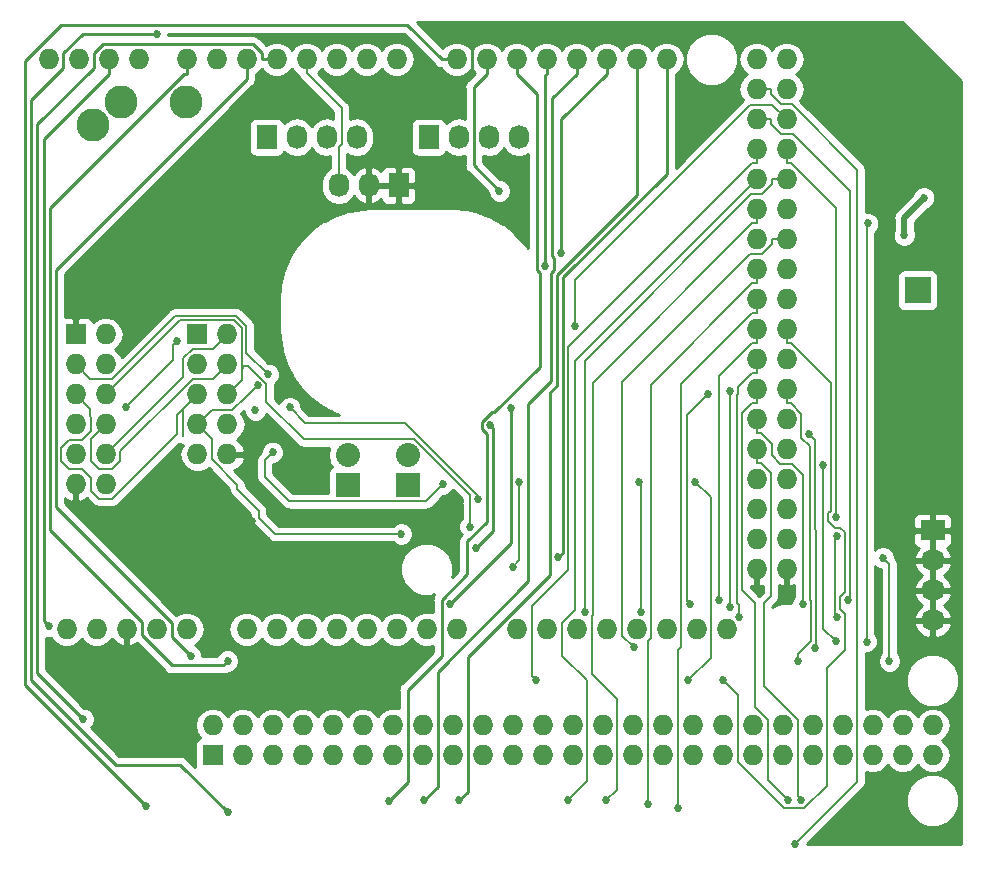
<source format=gbl>
G04 #@! TF.GenerationSoftware,KiCad,Pcbnew,5.0.0-rc2*
G04 #@! TF.CreationDate,2018-12-17T23:44:03-05:00*
G04 #@! TF.ProjectId,ZMHW_Map,5A4D48575F4D61702E6B696361645F70,rev?*
G04 #@! TF.SameCoordinates,Original*
G04 #@! TF.FileFunction,Copper,L2,Bot,Signal*
G04 #@! TF.FilePolarity,Positive*
%FSLAX46Y46*%
G04 Gerber Fmt 4.6, Leading zero omitted, Abs format (unit mm)*
G04 Created by KiCad (PCBNEW 5.0.0-rc2) date Mon Dec 17 23:44:03 2018*
%MOMM*%
%LPD*%
G01*
G04 APERTURE LIST*
G04 #@! TA.AperFunction,ComponentPad*
%ADD10O,1.727200X2.032000*%
G04 #@! TD*
G04 #@! TA.AperFunction,ComponentPad*
%ADD11R,1.727200X2.032000*%
G04 #@! TD*
G04 #@! TA.AperFunction,ComponentPad*
%ADD12O,1.727200X1.727200*%
G04 #@! TD*
G04 #@! TA.AperFunction,ComponentPad*
%ADD13R,1.727200X1.727200*%
G04 #@! TD*
G04 #@! TA.AperFunction,ComponentPad*
%ADD14R,2.032000X2.032000*%
G04 #@! TD*
G04 #@! TA.AperFunction,ComponentPad*
%ADD15O,2.032000X2.032000*%
G04 #@! TD*
G04 #@! TA.AperFunction,ComponentPad*
%ADD16C,2.800000*%
G04 #@! TD*
G04 #@! TA.AperFunction,ComponentPad*
%ADD17R,2.032000X1.727200*%
G04 #@! TD*
G04 #@! TA.AperFunction,ComponentPad*
%ADD18O,2.032000X1.727200*%
G04 #@! TD*
G04 #@! TA.AperFunction,ComponentPad*
%ADD19R,2.235200X2.235200*%
G04 #@! TD*
G04 #@! TA.AperFunction,ViaPad*
%ADD20C,0.685800*%
G04 #@! TD*
G04 #@! TA.AperFunction,Conductor*
%ADD21C,0.254000*%
G04 #@! TD*
G04 #@! TA.AperFunction,Conductor*
%ADD22C,0.152400*%
G04 #@! TD*
G04 #@! TA.AperFunction,Conductor*
%ADD23C,0.508000*%
G04 #@! TD*
G04 APERTURE END LIST*
D10*
G04 #@! TO.P,LS1,3*
G04 #@! TO.N,Net-(LS1-Pad2)*
X175768000Y-43180000D03*
G04 #@! TO.P,LS1,2*
G04 #@! TO.N,GND*
X178308000Y-43180000D03*
D11*
G04 #@! TO.P,LS1,1*
X180848000Y-43180000D03*
G04 #@! TD*
D12*
G04 #@! TO.P,XA1,GND6*
G04 #@! TO.N,GND*
X213689000Y-75687500D03*
G04 #@! TO.P,XA1,GND5*
X211149000Y-75687500D03*
G04 #@! TO.P,XA1,D53*
G04 #@! TO.N,CS*
X213689000Y-73147500D03*
G04 #@! TO.P,XA1,D52*
G04 #@! TO.N,SCK*
X211149000Y-73147500D03*
G04 #@! TO.P,XA1,D51*
G04 #@! TO.N,MOSI*
X213689000Y-70607500D03*
G04 #@! TO.P,XA1,D50*
G04 #@! TO.N,MISO*
X211149000Y-70607500D03*
G04 #@! TO.P,XA1,D49*
G04 #@! TO.N,/D49*
X213689000Y-68067500D03*
G04 #@! TO.P,XA1,D48*
G04 #@! TO.N,/D48*
X211149000Y-68067500D03*
G04 #@! TO.P,XA1,D47*
G04 #@! TO.N,/D47*
X213689000Y-65527500D03*
G04 #@! TO.P,XA1,D46*
G04 #@! TO.N,/D46*
X211149000Y-65527500D03*
G04 #@! TO.P,XA1,D45*
G04 #@! TO.N,/D45*
X213689000Y-62987500D03*
G04 #@! TO.P,XA1,D44*
G04 #@! TO.N,/D44*
X211149000Y-62987500D03*
G04 #@! TO.P,XA1,D43*
G04 #@! TO.N,/D43*
X213689000Y-60447500D03*
G04 #@! TO.P,XA1,D42*
G04 #@! TO.N,/D42*
X211149000Y-60447500D03*
G04 #@! TO.P,XA1,D41*
G04 #@! TO.N,/D41*
X213689000Y-57907500D03*
G04 #@! TO.P,XA1,D40*
G04 #@! TO.N,/D40*
X211149000Y-57907500D03*
G04 #@! TO.P,XA1,D39*
G04 #@! TO.N,/D39*
X213689000Y-55367500D03*
G04 #@! TO.P,XA1,D38*
G04 #@! TO.N,/D38*
X211149000Y-55367500D03*
G04 #@! TO.P,XA1,D37*
G04 #@! TO.N,/D37*
X213689000Y-52827500D03*
G04 #@! TO.P,XA1,D36*
G04 #@! TO.N,/D36*
X211149000Y-52827500D03*
G04 #@! TO.P,XA1,D35*
G04 #@! TO.N,/D35*
X213689000Y-50287500D03*
G04 #@! TO.P,XA1,D34*
G04 #@! TO.N,/D34*
X211149000Y-50287500D03*
G04 #@! TO.P,XA1,D33*
G04 #@! TO.N,/D33*
X213689000Y-47747500D03*
G04 #@! TO.P,XA1,D32*
G04 #@! TO.N,/D32*
X211149000Y-47747500D03*
G04 #@! TO.P,XA1,D31*
G04 #@! TO.N,/D31*
X213689000Y-45207500D03*
G04 #@! TO.P,XA1,D30*
G04 #@! TO.N,/D30*
X211149000Y-45207500D03*
G04 #@! TO.P,XA1,D29*
G04 #@! TO.N,/D29*
X213689000Y-42667500D03*
G04 #@! TO.P,XA1,D28*
G04 #@! TO.N,/D28*
X211149000Y-42667500D03*
G04 #@! TO.P,XA1,D27*
G04 #@! TO.N,/D27*
X213689000Y-40127500D03*
G04 #@! TO.P,XA1,D26*
G04 #@! TO.N,/D26*
X211149000Y-40127500D03*
G04 #@! TO.P,XA1,D25*
G04 #@! TO.N,/D25*
X213689000Y-37587500D03*
G04 #@! TO.P,XA1,D24*
G04 #@! TO.N,/D24*
X211149000Y-37587500D03*
G04 #@! TO.P,XA1,D23*
G04 #@! TO.N,/D23*
X213689000Y-35047500D03*
G04 #@! TO.P,XA1,D22*
G04 #@! TO.N,/D22*
X211149000Y-35047500D03*
G04 #@! TO.P,XA1,5V4*
G04 #@! TO.N,+5V*
X213689000Y-32507500D03*
G04 #@! TO.P,XA1,5V3*
X211149000Y-32507500D03*
G04 #@! TO.P,XA1,A15*
G04 #@! TO.N,Net-(XA1-PadA15)*
X208609000Y-80767500D03*
G04 #@! TO.P,XA1,A14*
G04 #@! TO.N,Net-(XA1-PadA14)*
X206069000Y-80767500D03*
G04 #@! TO.P,XA1,A13*
G04 #@! TO.N,Net-(XA1-PadA13)*
X203529000Y-80767500D03*
G04 #@! TO.P,XA1,A12*
G04 #@! TO.N,Net-(XA1-PadA12)*
X200989000Y-80767500D03*
G04 #@! TO.P,XA1,A11*
G04 #@! TO.N,Net-(XA1-PadA11)*
X198449000Y-80767500D03*
G04 #@! TO.P,XA1,A10*
G04 #@! TO.N,Net-(XA1-PadA10)*
X195909000Y-80767500D03*
G04 #@! TO.P,XA1,A9*
G04 #@! TO.N,Net-(XA1-PadA9)*
X193369000Y-80767500D03*
G04 #@! TO.P,XA1,A8*
G04 #@! TO.N,Net-(XA1-PadA8)*
X190829000Y-80767500D03*
G04 #@! TO.P,XA1,A7*
G04 #@! TO.N,Net-(XA1-PadA7)*
X185749000Y-80767500D03*
G04 #@! TO.P,XA1,A6*
G04 #@! TO.N,Net-(XA1-PadA6)*
X183209000Y-80767500D03*
G04 #@! TO.P,XA1,A5*
G04 #@! TO.N,Net-(XA1-PadA5)*
X180669000Y-80767500D03*
G04 #@! TO.P,XA1,A4*
G04 #@! TO.N,Net-(XA1-PadA4)*
X178129000Y-80767500D03*
G04 #@! TO.P,XA1,A3*
G04 #@! TO.N,Net-(XA1-PadA3)*
X175589000Y-80767500D03*
G04 #@! TO.P,XA1,A2*
G04 #@! TO.N,Net-(XA1-PadA2)*
X173049000Y-80767500D03*
G04 #@! TO.P,XA1,A1*
G04 #@! TO.N,Net-(XA1-PadA1)*
X170509000Y-80767500D03*
G04 #@! TO.P,XA1,D11*
G04 #@! TO.N,/D11*
X151205000Y-32507500D03*
G04 #@! TO.P,XA1,D10*
G04 #@! TO.N,/D10*
X153745000Y-32507500D03*
G04 #@! TO.P,XA1,D9*
G04 #@! TO.N,/D9*
X156285000Y-32507500D03*
G04 #@! TO.P,XA1,D8*
G04 #@! TO.N,/D8*
X158825000Y-32507500D03*
G04 #@! TO.P,XA1,D7*
G04 #@! TO.N,/D7*
X162889000Y-32507500D03*
G04 #@! TO.P,XA1,D6*
G04 #@! TO.N,/D6*
X165429000Y-32507500D03*
G04 #@! TO.P,XA1,D5*
G04 #@! TO.N,/D5*
X167969000Y-32507500D03*
G04 #@! TO.P,XA1,D4*
G04 #@! TO.N,/D4*
X170509000Y-32507500D03*
G04 #@! TO.P,XA1,D3*
G04 #@! TO.N,Net-(LS1-Pad2)*
X173049000Y-32507500D03*
G04 #@! TO.P,XA1,D2*
G04 #@! TO.N,/D2*
X175589000Y-32507500D03*
G04 #@! TO.P,XA1,D1*
G04 #@! TO.N,Net-(J1-Pad1)*
X178129000Y-32507500D03*
G04 #@! TO.P,XA1,D0*
G04 #@! TO.N,Net-(J1-Pad2)*
X180669000Y-32507500D03*
G04 #@! TO.P,XA1,D14*
G04 #@! TO.N,/D14*
X185749000Y-32507500D03*
G04 #@! TO.P,XA1,D15*
G04 #@! TO.N,/D15*
X188289000Y-32507500D03*
G04 #@! TO.P,XA1,D16*
G04 #@! TO.N,/D16*
X190829000Y-32507500D03*
G04 #@! TO.P,XA1,D17*
G04 #@! TO.N,/D17*
X193369000Y-32507500D03*
G04 #@! TO.P,XA1,D18*
G04 #@! TO.N,/D18*
X195909000Y-32507500D03*
G04 #@! TO.P,XA1,D19*
G04 #@! TO.N,/D19*
X198449000Y-32507500D03*
G04 #@! TO.P,XA1,D20*
G04 #@! TO.N,/D20*
X200989000Y-32507500D03*
G04 #@! TO.P,XA1,D21*
G04 #@! TO.N,/D21*
X203529000Y-32507500D03*
G04 #@! TO.P,XA1,3V3*
G04 #@! TO.N,+3V3*
X152729000Y-80767500D03*
G04 #@! TO.P,XA1,5V1*
G04 #@! TO.N,+5V*
X155269000Y-80767500D03*
G04 #@! TO.P,XA1,GND2*
G04 #@! TO.N,GND*
X157809000Y-80767500D03*
G04 #@! TO.P,XA1,GND3*
X160349000Y-80767500D03*
G04 #@! TO.P,XA1,VIN*
G04 #@! TO.N,Net-(XA1-PadVIN)*
X162889000Y-80767500D03*
G04 #@! TO.P,XA1,A0*
G04 #@! TO.N,Net-(XA1-PadA0)*
X167969000Y-80767500D03*
G04 #@! TD*
D13*
G04 #@! TO.P,P7,1*
G04 #@! TO.N,GND*
X153498000Y-55811500D03*
D12*
G04 #@! TO.P,P7,2*
G04 #@! TO.N,/ENC28J60/Q3*
X156038000Y-55811500D03*
G04 #@! TO.P,P7,3*
G04 #@! TO.N,CS*
X153498000Y-58351500D03*
G04 #@! TO.P,P7,4*
G04 #@! TO.N,/ENC28J60/RSTENC*
X156038000Y-58351500D03*
G04 #@! TO.P,P7,5*
G04 #@! TO.N,MOSI*
X153498000Y-60891500D03*
G04 #@! TO.P,P7,6*
G04 #@! TO.N,SCK*
X156038000Y-60891500D03*
G04 #@! TO.P,P7,7*
G04 #@! TO.N,/ENC28J60/WOL*
X153498000Y-63431500D03*
G04 #@! TO.P,P7,8*
G04 #@! TO.N,MISO*
X156038000Y-63431500D03*
G04 #@! TO.P,P7,9*
G04 #@! TO.N,/ENC28J60/CLKOUT*
X153498000Y-65971500D03*
G04 #@! TO.P,P7,10*
G04 #@! TO.N,/ENC28J60/INT*
X156038000Y-65971500D03*
G04 #@! TO.P,P7,11*
G04 #@! TO.N,GND*
X153498000Y-68511500D03*
G04 #@! TO.P,P7,12*
G04 #@! TO.N,/ENC28J60/VCC_Branch*
X156038000Y-68511500D03*
G04 #@! TD*
D11*
G04 #@! TO.P,P1,1*
G04 #@! TO.N,+5V*
X183388000Y-39116000D03*
D10*
G04 #@! TO.P,P1,2*
X185928000Y-39116000D03*
G04 #@! TO.P,P1,3*
X188468000Y-39116000D03*
G04 #@! TO.P,P1,4*
X191008000Y-39116000D03*
G04 #@! TD*
D11*
G04 #@! TO.P,P3,1*
G04 #@! TO.N,+3V3*
X169672000Y-39116000D03*
D10*
G04 #@! TO.P,P3,2*
X172212000Y-39116000D03*
G04 #@! TO.P,P3,3*
X174752000Y-39116000D03*
G04 #@! TO.P,P3,4*
X177292000Y-39116000D03*
G04 #@! TD*
D14*
G04 #@! TO.P,P4,1*
G04 #@! TO.N,+3V3*
X181610000Y-68580000D03*
D15*
G04 #@! TO.P,P4,2*
G04 #@! TO.N,/ENC28J60/VCC_Branch*
X181610000Y-66040000D03*
G04 #@! TD*
G04 #@! TO.P,P5,2*
G04 #@! TO.N,/ENC28J60/VCC_Branch*
X176530000Y-66040000D03*
D14*
G04 #@! TO.P,P5,1*
G04 #@! TO.N,+5V*
X176530000Y-68580000D03*
G04 #@! TD*
D13*
G04 #@! TO.P,P6,1*
G04 #@! TO.N,/ENC28J60/CLKOUT*
X163818000Y-55811500D03*
D12*
G04 #@! TO.P,P6,2*
G04 #@! TO.N,/ENC28J60/INT*
X166358000Y-55811500D03*
G04 #@! TO.P,P6,3*
G04 #@! TO.N,/ENC28J60/WOL*
X163818000Y-58351500D03*
G04 #@! TO.P,P6,4*
G04 #@! TO.N,MISO*
X166358000Y-58351500D03*
G04 #@! TO.P,P6,5*
G04 #@! TO.N,MOSI*
X163818000Y-60891500D03*
G04 #@! TO.P,P6,6*
G04 #@! TO.N,SCK*
X166358000Y-60891500D03*
G04 #@! TO.P,P6,7*
G04 #@! TO.N,CS*
X163818000Y-63431500D03*
G04 #@! TO.P,P6,8*
G04 #@! TO.N,/ENC28J60/RSTENC*
X166358000Y-63431500D03*
G04 #@! TO.P,P6,9*
G04 #@! TO.N,/ENC28J60/VCC_Branch*
X163818000Y-65971500D03*
G04 #@! TO.P,P6,10*
G04 #@! TO.N,GND*
X166358000Y-65971500D03*
G04 #@! TD*
D16*
G04 #@! TO.P,J1,S*
G04 #@! TO.N,N/C*
X154940000Y-38100000D03*
G04 #@! TO.P,J1,T*
X157340000Y-36100000D03*
G04 #@! TO.P,J1,R*
X162840000Y-36100000D03*
G04 #@! TD*
D13*
G04 #@! TO.P,P8,1*
G04 #@! TO.N,Net-(P8-Pad1)*
X165100000Y-91440000D03*
D12*
G04 #@! TO.P,P8,2*
G04 #@! TO.N,Net-(P8-Pad2)*
X165100000Y-88900000D03*
G04 #@! TO.P,P8,3*
G04 #@! TO.N,Net-(P8-Pad3)*
X167640000Y-91440000D03*
G04 #@! TO.P,P8,4*
G04 #@! TO.N,Net-(P8-Pad4)*
X167640000Y-88900000D03*
G04 #@! TO.P,P8,5*
G04 #@! TO.N,Net-(P8-Pad5)*
X170180000Y-91440000D03*
G04 #@! TO.P,P8,6*
G04 #@! TO.N,Net-(P8-Pad6)*
X170180000Y-88900000D03*
G04 #@! TO.P,P8,7*
G04 #@! TO.N,Net-(P8-Pad7)*
X172720000Y-91440000D03*
G04 #@! TO.P,P8,8*
G04 #@! TO.N,Net-(P8-Pad8)*
X172720000Y-88900000D03*
G04 #@! TO.P,P8,9*
G04 #@! TO.N,Net-(P8-Pad9)*
X175260000Y-91440000D03*
G04 #@! TO.P,P8,10*
G04 #@! TO.N,Net-(P8-Pad10)*
X175260000Y-88900000D03*
G04 #@! TO.P,P8,11*
G04 #@! TO.N,Net-(P8-Pad11)*
X177800000Y-91440000D03*
G04 #@! TO.P,P8,12*
G04 #@! TO.N,Net-(P8-Pad12)*
X177800000Y-88900000D03*
G04 #@! TO.P,P8,13*
G04 #@! TO.N,Net-(P8-Pad13)*
X180340000Y-91440000D03*
G04 #@! TO.P,P8,14*
G04 #@! TO.N,Net-(P8-Pad14)*
X180340000Y-88900000D03*
G04 #@! TO.P,P8,15*
G04 #@! TO.N,Net-(P8-Pad15)*
X182880000Y-91440000D03*
G04 #@! TO.P,P8,16*
G04 #@! TO.N,Net-(P8-Pad16)*
X182880000Y-88900000D03*
G04 #@! TO.P,P8,17*
G04 #@! TO.N,Net-(P8-Pad17)*
X185420000Y-91440000D03*
G04 #@! TO.P,P8,18*
G04 #@! TO.N,Net-(P8-Pad18)*
X185420000Y-88900000D03*
G04 #@! TO.P,P8,19*
G04 #@! TO.N,Net-(P8-Pad19)*
X187960000Y-91440000D03*
G04 #@! TO.P,P8,20*
G04 #@! TO.N,Net-(P8-Pad20)*
X187960000Y-88900000D03*
G04 #@! TO.P,P8,21*
G04 #@! TO.N,Net-(P8-Pad21)*
X190500000Y-91440000D03*
G04 #@! TO.P,P8,22*
G04 #@! TO.N,Net-(P8-Pad22)*
X190500000Y-88900000D03*
G04 #@! TO.P,P8,23*
G04 #@! TO.N,Net-(P8-Pad23)*
X193040000Y-91440000D03*
G04 #@! TO.P,P8,24*
G04 #@! TO.N,Net-(P8-Pad24)*
X193040000Y-88900000D03*
G04 #@! TO.P,P8,25*
G04 #@! TO.N,Net-(P8-Pad25)*
X195580000Y-91440000D03*
G04 #@! TO.P,P8,26*
G04 #@! TO.N,Net-(P8-Pad26)*
X195580000Y-88900000D03*
G04 #@! TO.P,P8,27*
G04 #@! TO.N,Net-(P8-Pad27)*
X198120000Y-91440000D03*
G04 #@! TO.P,P8,28*
G04 #@! TO.N,Net-(P8-Pad28)*
X198120000Y-88900000D03*
G04 #@! TO.P,P8,29*
G04 #@! TO.N,Net-(P8-Pad29)*
X200660000Y-91440000D03*
G04 #@! TO.P,P8,30*
G04 #@! TO.N,Net-(P8-Pad30)*
X200660000Y-88900000D03*
G04 #@! TO.P,P8,31*
G04 #@! TO.N,Net-(P8-Pad31)*
X203200000Y-91440000D03*
G04 #@! TO.P,P8,32*
G04 #@! TO.N,Net-(P8-Pad32)*
X203200000Y-88900000D03*
G04 #@! TO.P,P8,33*
G04 #@! TO.N,Net-(P8-Pad33)*
X205740000Y-91440000D03*
G04 #@! TO.P,P8,34*
G04 #@! TO.N,Net-(P8-Pad34)*
X205740000Y-88900000D03*
G04 #@! TO.P,P8,35*
G04 #@! TO.N,Net-(P8-Pad35)*
X208280000Y-91440000D03*
G04 #@! TO.P,P8,36*
G04 #@! TO.N,Net-(P8-Pad36)*
X208280000Y-88900000D03*
G04 #@! TO.P,P8,37*
G04 #@! TO.N,Net-(P8-Pad37)*
X210820000Y-91440000D03*
G04 #@! TO.P,P8,38*
G04 #@! TO.N,Net-(P8-Pad38)*
X210820000Y-88900000D03*
G04 #@! TO.P,P8,39*
G04 #@! TO.N,Net-(P8-Pad39)*
X213360000Y-91440000D03*
G04 #@! TO.P,P8,40*
G04 #@! TO.N,Net-(P8-Pad40)*
X213360000Y-88900000D03*
G04 #@! TO.P,P8,41*
G04 #@! TO.N,Net-(P8-Pad41)*
X215900000Y-91440000D03*
G04 #@! TO.P,P8,42*
G04 #@! TO.N,Net-(P8-Pad42)*
X215900000Y-88900000D03*
G04 #@! TO.P,P8,43*
G04 #@! TO.N,Net-(P8-Pad43)*
X218440000Y-91440000D03*
G04 #@! TO.P,P8,44*
G04 #@! TO.N,Net-(P8-Pad44)*
X218440000Y-88900000D03*
G04 #@! TO.P,P8,45*
G04 #@! TO.N,Net-(P8-Pad45)*
X220980000Y-91440000D03*
G04 #@! TO.P,P8,46*
G04 #@! TO.N,Net-(P8-Pad46)*
X220980000Y-88900000D03*
G04 #@! TO.P,P8,47*
G04 #@! TO.N,Net-(P8-Pad47)*
X223520000Y-91440000D03*
G04 #@! TO.P,P8,48*
G04 #@! TO.N,Net-(P8-Pad48)*
X223520000Y-88900000D03*
G04 #@! TO.P,P8,49*
G04 #@! TO.N,Net-(P8-Pad49)*
X226060000Y-91440000D03*
G04 #@! TO.P,P8,50*
G04 #@! TO.N,Net-(P8-Pad50)*
X226060000Y-88900000D03*
G04 #@! TD*
D17*
G04 #@! TO.P,P9,1*
G04 #@! TO.N,GND*
X226060000Y-72390000D03*
D18*
G04 #@! TO.P,P9,2*
X226060000Y-74930000D03*
G04 #@! TO.P,P9,3*
X226060000Y-77470000D03*
G04 #@! TO.P,P9,4*
X226060000Y-80010000D03*
G04 #@! TD*
D19*
G04 #@! TO.P,P10,1*
G04 #@! TO.N,/filesksksdlf/RGBDATAOUT*
X224790000Y-52070000D03*
G04 #@! TD*
D20*
G04 #@! TO.N,+5V*
X225323400Y-44246800D03*
X223647000Y-47396400D03*
G04 #@! TO.N,GND*
X168148000Y-68580000D03*
X168402000Y-71628000D03*
X165100000Y-76200000D03*
X163830000Y-77470000D03*
X162560000Y-78740000D03*
G04 #@! TO.N,CS*
X181061200Y-72702100D03*
X169799000Y-59182000D03*
X168910000Y-60071000D03*
G04 #@! TO.N,SCK*
X186894500Y-72073900D03*
G04 #@! TO.N,MOSI*
X184565600Y-68514500D03*
X170180000Y-65786000D03*
G04 #@! TO.N,MISO*
X187565300Y-69772400D03*
X171636100Y-61988200D03*
X168720000Y-62230000D03*
G04 #@! TO.N,/ENC28J60/CLKOUT*
X162052000Y-56388000D03*
X157734000Y-61976000D03*
G04 #@! TO.N,/D22*
X214404700Y-98973400D03*
G04 #@! TO.N,/D24*
X218920700Y-78304100D03*
G04 #@! TO.N,/D25*
X195751800Y-55103600D03*
X191075900Y-68309700D03*
X190524000Y-75464900D03*
G04 #@! TO.N,/D26*
X192507500Y-85090000D03*
G04 #@! TO.N,/D27*
X217881800Y-71246900D03*
G04 #@! TO.N,/D28*
X195173200Y-95250000D03*
G04 #@! TO.N,/D29*
X196598700Y-79284400D03*
G04 #@! TO.N,/D30*
X198442500Y-95250000D03*
G04 #@! TO.N,/D31*
X220580300Y-46411800D03*
X220464900Y-81811200D03*
G04 #@! TO.N,/D32*
X201237900Y-68309700D03*
X201388300Y-79271000D03*
G04 #@! TO.N,/D33*
X200787700Y-82310500D03*
G04 #@! TO.N,/D34*
X201930000Y-95586900D03*
G04 #@! TO.N,/D35*
X205977600Y-68309700D03*
X205375600Y-85090000D03*
G04 #@! TO.N,/D36*
X204470000Y-95890200D03*
G04 #@! TO.N,/D37*
X207061900Y-60879200D03*
X205508400Y-78618300D03*
G04 #@! TO.N,/D38*
X207974600Y-78293000D03*
G04 #@! TO.N,/D39*
X208327200Y-85090000D03*
G04 #@! TO.N,/D40*
X209700100Y-79764300D03*
G04 #@! TO.N,/D41*
X208945700Y-60580700D03*
X208945700Y-78909000D03*
G04 #@! TO.N,/D42*
X213774400Y-95250000D03*
G04 #@! TO.N,/D43*
X214646800Y-83444200D03*
G04 #@! TO.N,/D44*
X215074900Y-78655700D03*
G04 #@! TO.N,/D45*
X215617600Y-64266900D03*
X216107300Y-82342700D03*
G04 #@! TO.N,/D46*
X214947400Y-95241300D03*
G04 #@! TO.N,/D47*
X216762600Y-66845100D03*
X217859900Y-81806200D03*
G04 #@! TO.N,/D48*
X217954100Y-72856800D03*
X217957000Y-79735200D03*
G04 #@! TO.N,/D49*
X221860600Y-74733300D03*
X222405000Y-83461000D03*
G04 #@! TO.N,/D6*
X160372500Y-30363800D03*
X166370000Y-96264200D03*
G04 #@! TO.N,/D14*
X159447000Y-95705700D03*
G04 #@! TO.N,/D16*
X180017500Y-95330000D03*
G04 #@! TO.N,/D18*
X182985000Y-95250000D03*
G04 #@! TO.N,/D20*
X185952500Y-95250000D03*
G04 #@! TO.N,/D5*
X163260000Y-83043600D03*
G04 #@! TO.N,/D7*
X166370000Y-83461000D03*
G04 #@! TO.N,/D9*
X151212000Y-80521100D03*
G04 #@! TO.N,/D4*
X154130000Y-88381600D03*
G04 #@! TO.N,/D15*
X189373000Y-43668400D03*
X188606100Y-63510500D03*
X187393500Y-73926000D03*
G04 #@! TO.N,/D17*
X193253600Y-50012800D03*
G04 #@! TO.N,/D19*
X194597600Y-48909000D03*
X190397200Y-62077600D03*
X185220500Y-78625300D03*
G04 #@! TO.N,/D21*
X194352900Y-74686600D03*
G04 #@! TD*
D21*
G04 #@! TO.N,GND*
X187020200Y-31572200D02*
X187020200Y-33629600D01*
D22*
G04 #@! TO.N,Net-(LS1-Pad2)*
X173049000Y-32507500D02*
X173049000Y-33701600D01*
X176022000Y-39715800D02*
X176022000Y-36674600D01*
X176022000Y-36674600D02*
X173049000Y-33701600D01*
X175768000Y-39969800D02*
X175768000Y-43180000D01*
X176022000Y-39715800D02*
X175768000Y-39969800D01*
D23*
G04 #@! TO.N,+5V*
X223647000Y-45923200D02*
X225323400Y-44246800D01*
X223647000Y-47396400D02*
X223647000Y-45923200D01*
D22*
G04 #@! TO.N,CS*
X181061200Y-72702100D02*
X170394800Y-72702100D01*
X170394800Y-72702100D02*
X170383000Y-72690300D01*
X170383000Y-72690300D02*
X169012000Y-71318700D01*
X169012000Y-71318700D02*
X169012000Y-70739300D01*
X169012000Y-70739300D02*
X167200000Y-68927400D01*
X167200000Y-68927400D02*
X167200000Y-68580000D01*
X167200000Y-68580000D02*
X165012000Y-66392100D01*
X165012000Y-66392100D02*
X165012000Y-64625300D01*
X165012000Y-64625300D02*
X164682000Y-64295100D01*
X164682000Y-64295100D02*
X163818000Y-63431500D01*
X153498000Y-58351500D02*
X154692000Y-59545300D01*
X154692000Y-59545300D02*
X156611000Y-59545300D01*
X156611000Y-59545300D02*
X161945000Y-54211300D01*
X161945000Y-54211300D02*
X167099000Y-54211300D01*
X167099000Y-54211300D02*
X167958000Y-55070100D01*
X167958000Y-55070100D02*
X167958000Y-57341200D01*
X167958000Y-57341200D02*
X169799000Y-59182000D01*
X168910000Y-60071000D02*
X167894000Y-61087000D01*
X167894000Y-61087000D02*
X167894000Y-61122300D01*
X167894000Y-61122300D02*
X166779000Y-62237700D01*
X166779000Y-62237700D02*
X165012000Y-62237700D01*
X165012000Y-62237700D02*
X164682000Y-62567900D01*
X164682000Y-62567900D02*
X163818000Y-63431500D01*
X167958000Y-61058100D02*
X167894000Y-61122300D01*
G04 #@! TO.N,SCK*
X172795600Y-64693400D02*
X182167700Y-64693400D01*
X182167700Y-64693400D02*
X186891900Y-69417600D01*
X186891900Y-69417600D02*
X186891900Y-70051300D01*
X186891900Y-70051300D02*
X186894500Y-70053900D01*
X186894500Y-70053900D02*
X186894500Y-72073900D01*
X172796000Y-64693800D02*
X172795600Y-64693400D01*
X172795600Y-64693400D02*
X169659000Y-61556900D01*
X169659000Y-61556900D02*
X169659000Y-60006500D01*
X169659000Y-60006500D02*
X168127000Y-58473700D01*
X168127000Y-58473700D02*
X167790000Y-58473700D01*
X167790000Y-58473700D02*
X167552000Y-58711800D01*
X156038000Y-60891500D02*
X162312000Y-54617700D01*
X162312000Y-54617700D02*
X166931000Y-54617700D01*
X166931000Y-54617700D02*
X167552000Y-55238500D01*
X167552000Y-55238500D02*
X167552000Y-58711800D01*
X167552000Y-59697700D02*
X167222000Y-60027900D01*
X167222000Y-60027900D02*
X166358000Y-60891500D01*
X167552000Y-58711800D02*
X167552000Y-59697700D01*
X167552000Y-58711800D02*
X167552000Y-59697700D01*
G04 #@! TO.N,MOSI*
X184565600Y-68514500D02*
X183714000Y-69366100D01*
X183714000Y-69366100D02*
X183714000Y-69413700D01*
X170180000Y-65786000D02*
X169507000Y-66459100D01*
X169507000Y-66459100D02*
X169507000Y-67850100D01*
X169507000Y-67850100D02*
X171583000Y-69926200D01*
X171583000Y-69926200D02*
X183201000Y-69926200D01*
X183201000Y-69926200D02*
X183714000Y-69413700D01*
X162624000Y-64432000D02*
X162624000Y-62085300D01*
X162624000Y-62085300D02*
X162954000Y-61755100D01*
X162954000Y-61755100D02*
X163818000Y-60891500D01*
X153498000Y-60891500D02*
X154692000Y-62085300D01*
X154692000Y-62085300D02*
X154692000Y-62706100D01*
X154692000Y-62706100D02*
X154844000Y-62858500D01*
X154844000Y-62858500D02*
X154844000Y-64004500D01*
X154844000Y-64004500D02*
X154071000Y-64777700D01*
X154071000Y-64777700D02*
X152925000Y-64777700D01*
X152925000Y-64777700D02*
X152304000Y-65398500D01*
X152304000Y-65398500D02*
X152304000Y-66544500D01*
X152304000Y-66544500D02*
X152925000Y-67165300D01*
X152925000Y-67165300D02*
X154071000Y-67165300D01*
X154071000Y-67165300D02*
X154844000Y-67938500D01*
X154844000Y-67938500D02*
X154844000Y-69084500D01*
X154844000Y-69084500D02*
X155465000Y-69705300D01*
X155465000Y-69705300D02*
X156611000Y-69705300D01*
X156611000Y-69705300D02*
X162060000Y-64255900D01*
X162060000Y-64255900D02*
X162060000Y-62649100D01*
X162060000Y-62649100D02*
X162954000Y-61755100D01*
G04 #@! TO.N,MISO*
X171636100Y-61988200D02*
X172957500Y-63309600D01*
X172957500Y-63309600D02*
X181382000Y-63309600D01*
X181382000Y-63309600D02*
X187565300Y-69492900D01*
X187565300Y-69492900D02*
X187565300Y-69772400D01*
X156038000Y-63431500D02*
X154844000Y-64625300D01*
X154844000Y-64625300D02*
X154844000Y-66544500D01*
X154844000Y-66544500D02*
X155465000Y-67165300D01*
X155465000Y-67165300D02*
X156611000Y-67165300D01*
X156611000Y-67165300D02*
X157232000Y-66544500D01*
X157232000Y-66544500D02*
X157232000Y-65710900D01*
X157232000Y-65710900D02*
X163397000Y-59545300D01*
X163397000Y-59545300D02*
X165164000Y-59545300D01*
X165164000Y-59545300D02*
X165494000Y-59215100D01*
X165494000Y-59215100D02*
X166358000Y-58351500D01*
G04 #@! TO.N,/ENC28J60/INT*
X156038000Y-65971500D02*
X162624000Y-59385300D01*
X162624000Y-59385300D02*
X162624000Y-57778500D01*
X162624000Y-57778500D02*
X163397000Y-57005300D01*
X163397000Y-57005300D02*
X165164000Y-57005300D01*
X165164000Y-57005300D02*
X165494000Y-56675100D01*
X165494000Y-56675100D02*
X166358000Y-55811500D01*
G04 #@! TO.N,/ENC28J60/CLKOUT*
X162052000Y-56388000D02*
X161709000Y-56730900D01*
X161709000Y-56730900D02*
X161709000Y-58000900D01*
X161709000Y-58000900D02*
X157734000Y-61976000D01*
G04 #@! TO.N,/D22*
X212343100Y-35047500D02*
X212343100Y-35418600D01*
X212343100Y-35418600D02*
X213242000Y-36317500D01*
X213242000Y-36317500D02*
X214131000Y-36317500D01*
X214131000Y-36317500D02*
X219680400Y-41866900D01*
X219680400Y-41866900D02*
X219680400Y-93697700D01*
X219680400Y-93697700D02*
X214404700Y-98973400D01*
X211149000Y-35047500D02*
X212343100Y-35047500D01*
G04 #@! TO.N,/D24*
X218920700Y-78304100D02*
X219034200Y-78190600D01*
X219034200Y-78190600D02*
X219034200Y-43695400D01*
X219034200Y-43695400D02*
X214196300Y-38857500D01*
X214196300Y-38857500D02*
X213239800Y-38857500D01*
X213239800Y-38857500D02*
X212343100Y-37960800D01*
X212343100Y-37960800D02*
X212343100Y-37587500D01*
X211149000Y-37587500D02*
X212343100Y-37587500D01*
G04 #@! TO.N,/D25*
X195751800Y-55103600D02*
X195751800Y-51225500D01*
X195751800Y-51225500D02*
X210584000Y-36393300D01*
X210584000Y-36393300D02*
X212494800Y-36393300D01*
X212494800Y-36393300D02*
X213689000Y-37587500D01*
X190524000Y-75464900D02*
X191075900Y-74913000D01*
X191075900Y-74913000D02*
X191075900Y-68309700D01*
G04 #@! TO.N,/D26*
X211149000Y-40127500D02*
X211149000Y-41321600D01*
X192507500Y-85090000D02*
X192150100Y-84732600D01*
X192150100Y-84732600D02*
X192150100Y-78791200D01*
X192150100Y-78791200D02*
X195215700Y-75725600D01*
X195215700Y-75725600D02*
X195215700Y-56883800D01*
X195215700Y-56883800D02*
X210777900Y-41321600D01*
X210777900Y-41321600D02*
X211149000Y-41321600D01*
G04 #@! TO.N,/D27*
X213689000Y-41321600D02*
X214060100Y-41321600D01*
X214060100Y-41321600D02*
X217881800Y-45143300D01*
X217881800Y-45143300D02*
X217881800Y-71246900D01*
X213689000Y-40127500D02*
X213689000Y-41321600D01*
G04 #@! TO.N,/D28*
X195173200Y-95250000D02*
X196794900Y-93628300D01*
X196794900Y-93628300D02*
X196794900Y-85105400D01*
X196794900Y-85105400D02*
X194695600Y-83006100D01*
X194695600Y-83006100D02*
X194695600Y-80235100D01*
X194695600Y-80235100D02*
X195763300Y-79167400D01*
X195763300Y-79167400D02*
X195763300Y-58053200D01*
X195763300Y-58053200D02*
X211149000Y-42667500D01*
G04 #@! TO.N,/D29*
X213689000Y-42667500D02*
X212494900Y-42667500D01*
X196598700Y-79284400D02*
X196598700Y-58051900D01*
X196598700Y-58051900D02*
X210713100Y-43937500D01*
X210713100Y-43937500D02*
X211596000Y-43937500D01*
X211596000Y-43937500D02*
X212494900Y-43038600D01*
X212494900Y-43038600D02*
X212494900Y-42667500D01*
G04 #@! TO.N,/D30*
X198442500Y-95250000D02*
X199330800Y-94361700D01*
X199330800Y-94361700D02*
X199330800Y-86658800D01*
X199330800Y-86658800D02*
X197253500Y-84581500D01*
X197253500Y-84581500D02*
X197253500Y-79582000D01*
X197253500Y-79582000D02*
X197272100Y-79563400D01*
X197272100Y-79563400D02*
X197272100Y-59905300D01*
X197272100Y-59905300D02*
X210775800Y-46401600D01*
X210775800Y-46401600D02*
X211149000Y-46401600D01*
X211149000Y-45207500D02*
X211149000Y-46401600D01*
G04 #@! TO.N,/D31*
X220464900Y-81811200D02*
X220464900Y-46527200D01*
X220464900Y-46527200D02*
X220580300Y-46411800D01*
G04 #@! TO.N,/D32*
X201388300Y-79271000D02*
X201388300Y-68460100D01*
X201388300Y-68460100D02*
X201237900Y-68309700D01*
G04 #@! TO.N,/D33*
X213689000Y-47747500D02*
X212494900Y-47747500D01*
X200787700Y-82310500D02*
X199779500Y-81302300D01*
X199779500Y-81302300D02*
X199779500Y-59869800D01*
X199779500Y-59869800D02*
X210631800Y-49017500D01*
X210631800Y-49017500D02*
X211596000Y-49017500D01*
X211596000Y-49017500D02*
X212494900Y-48118600D01*
X212494900Y-48118600D02*
X212494900Y-47747500D01*
G04 #@! TO.N,/D34*
X201930000Y-95586900D02*
X201930000Y-81733000D01*
X201930000Y-81733000D02*
X202183100Y-81479900D01*
X202183100Y-81479900D02*
X202183100Y-60091600D01*
X202183100Y-60091600D02*
X210793100Y-51481600D01*
X210793100Y-51481600D02*
X211149000Y-51481600D01*
X211149000Y-50287500D02*
X211149000Y-51481600D01*
G04 #@! TO.N,/D35*
X205375600Y-85090000D02*
X207270100Y-83195500D01*
X207270100Y-83195500D02*
X207270100Y-69602200D01*
X207270100Y-69602200D02*
X205977600Y-68309700D01*
G04 #@! TO.N,/D36*
X211149000Y-54021600D02*
X210726800Y-54021600D01*
X210726800Y-54021600D02*
X204735600Y-60012800D01*
X204735600Y-60012800D02*
X204735600Y-82233400D01*
X204735600Y-82233400D02*
X204470000Y-82499000D01*
X204470000Y-82499000D02*
X204470000Y-95890200D01*
X211149000Y-52827500D02*
X211149000Y-54021600D01*
G04 #@! TO.N,/D37*
X205508400Y-78618300D02*
X205304100Y-78414000D01*
X205304100Y-78414000D02*
X205304100Y-62637000D01*
X205304100Y-62637000D02*
X207061900Y-60879200D01*
G04 #@! TO.N,/D38*
X211149000Y-55367500D02*
X211149000Y-56561600D01*
X207974600Y-78293000D02*
X207974600Y-59364900D01*
X207974600Y-59364900D02*
X210777900Y-56561600D01*
X210777900Y-56561600D02*
X211149000Y-56561600D01*
G04 #@! TO.N,/D39*
X208327200Y-85090000D02*
X209550000Y-86312800D01*
X209550000Y-86312800D02*
X209550000Y-91990600D01*
X209550000Y-91990600D02*
X213506000Y-95946600D01*
X213506000Y-95946600D02*
X215205000Y-95946600D01*
X215205000Y-95946600D02*
X217094200Y-94057400D01*
X217094200Y-94057400D02*
X217094200Y-84073300D01*
X217094200Y-84073300D02*
X218630400Y-82537100D01*
X218630400Y-82537100D02*
X218630400Y-79456300D01*
X218630400Y-79456300D02*
X218234700Y-79060600D01*
X218234700Y-79060600D02*
X218234700Y-78037500D01*
X218234700Y-78037500D02*
X218627500Y-77644700D01*
X218627500Y-77644700D02*
X218627500Y-72577800D01*
X218627500Y-72577800D02*
X218233100Y-72183400D01*
X218233100Y-72183400D02*
X217814400Y-72183400D01*
X217814400Y-72183400D02*
X217208400Y-71577400D01*
X217208400Y-71577400D02*
X217208400Y-70968000D01*
X217208400Y-70968000D02*
X217436000Y-70740400D01*
X217436000Y-70740400D02*
X217436000Y-59937500D01*
X217436000Y-59937500D02*
X214060100Y-56561600D01*
X214060100Y-56561600D02*
X213689000Y-56561600D01*
X213689000Y-55367500D02*
X213689000Y-56561600D01*
G04 #@! TO.N,/D40*
X209700100Y-79764300D02*
X209700100Y-78711000D01*
X209700100Y-78711000D02*
X209521200Y-78532100D01*
X209521200Y-78532100D02*
X209521200Y-60957600D01*
X209521200Y-60957600D02*
X209619100Y-60859700D01*
X209619100Y-60859700D02*
X209619100Y-60260400D01*
X209619100Y-60260400D02*
X210777900Y-59101600D01*
X210777900Y-59101600D02*
X211149000Y-59101600D01*
X211149000Y-57907500D02*
X211149000Y-59101600D01*
G04 #@! TO.N,/D41*
X208945700Y-78909000D02*
X208945700Y-60580700D01*
G04 #@! TO.N,/D42*
X211149000Y-60447500D02*
X211149000Y-61641600D01*
X213774400Y-95250000D02*
X212090000Y-93565600D01*
X212090000Y-93565600D02*
X212090000Y-88450700D01*
X212090000Y-88450700D02*
X211003300Y-87364000D01*
X211003300Y-87364000D02*
X211003300Y-78538300D01*
X211003300Y-78538300D02*
X209954800Y-77489800D01*
X209954800Y-77489800D02*
X209954800Y-62464700D01*
X209954800Y-62464700D02*
X210777900Y-61641600D01*
X210777900Y-61641600D02*
X211149000Y-61641600D01*
G04 #@! TO.N,/D43*
X213689000Y-61641600D02*
X214060100Y-61641600D01*
X214060100Y-61641600D02*
X214944200Y-62525700D01*
X214944200Y-62525700D02*
X214944200Y-64545700D01*
X214944200Y-64545700D02*
X215639900Y-65241400D01*
X215639900Y-65241400D02*
X215639900Y-78268300D01*
X215639900Y-78268300D02*
X215748300Y-78376700D01*
X215748300Y-78376700D02*
X215748300Y-81749400D01*
X215748300Y-81749400D02*
X214646800Y-82850900D01*
X214646800Y-82850900D02*
X214646800Y-83444200D01*
X213689000Y-60447500D02*
X213689000Y-61641600D01*
G04 #@! TO.N,/D44*
X211149000Y-62987500D02*
X211149000Y-64181600D01*
X215074900Y-78655700D02*
X215074900Y-67682900D01*
X215074900Y-67682900D02*
X214167100Y-66775100D01*
X214167100Y-66775100D02*
X213156400Y-66775100D01*
X213156400Y-66775100D02*
X212419000Y-66037700D01*
X212419000Y-66037700D02*
X212419000Y-65080500D01*
X212419000Y-65080500D02*
X211520100Y-64181600D01*
X211520100Y-64181600D02*
X211149000Y-64181600D01*
G04 #@! TO.N,/D45*
X216107300Y-82342700D02*
X216207300Y-82242700D01*
X216207300Y-82242700D02*
X216207300Y-72424400D01*
X216207300Y-72424400D02*
X216089100Y-72306200D01*
X216089100Y-72306200D02*
X216089100Y-64738400D01*
X216089100Y-64738400D02*
X215617600Y-64266900D01*
G04 #@! TO.N,/D46*
X211149000Y-65527500D02*
X211149000Y-66721600D01*
X214947400Y-95241300D02*
X214630000Y-94923900D01*
X214630000Y-94923900D02*
X214630000Y-88413300D01*
X214630000Y-88413300D02*
X211757200Y-85540500D01*
X211757200Y-85540500D02*
X211757200Y-78572100D01*
X211757200Y-78572100D02*
X212368300Y-77961000D01*
X212368300Y-77961000D02*
X212368300Y-67569800D01*
X212368300Y-67569800D02*
X211520100Y-66721600D01*
X211520100Y-66721600D02*
X211149000Y-66721600D01*
G04 #@! TO.N,/D47*
X217859900Y-81806200D02*
X216762600Y-80708900D01*
X216762600Y-80708900D02*
X216762600Y-66845100D01*
G04 #@! TO.N,/D48*
X217957000Y-79735200D02*
X217784600Y-79562800D01*
X217784600Y-79562800D02*
X217784600Y-73026300D01*
X217784600Y-73026300D02*
X217954100Y-72856800D01*
G04 #@! TO.N,/D49*
X222405000Y-83461000D02*
X222405000Y-75277700D01*
X222405000Y-75277700D02*
X221860600Y-74733300D01*
D21*
G04 #@! TO.N,/D6*
X166370000Y-96264200D02*
X162329300Y-92223500D01*
X162329300Y-92223500D02*
X156889600Y-92223500D01*
X156889600Y-92223500D02*
X149721000Y-85054900D01*
X149721000Y-85054900D02*
X149721000Y-35972900D01*
X149721000Y-35972900D02*
X152450000Y-33243900D01*
X152450000Y-33243900D02*
X152450000Y-32010500D01*
X152450000Y-32010500D02*
X154096700Y-30363800D01*
X154096700Y-30363800D02*
X160372500Y-30363800D01*
G04 #@! TO.N,/D14*
X185749000Y-32507500D02*
X184504100Y-32507500D01*
X159447000Y-95705700D02*
X149212600Y-85471300D01*
X149212600Y-85471300D02*
X149212600Y-32686300D01*
X149212600Y-32686300D02*
X152297700Y-29601200D01*
X152297700Y-29601200D02*
X181597800Y-29601200D01*
X181597800Y-29601200D02*
X184504100Y-32507500D01*
G04 #@! TO.N,/D16*
X190829000Y-33752400D02*
X192529400Y-35452800D01*
X192529400Y-35452800D02*
X192529400Y-50312700D01*
X192529400Y-50312700D02*
X192787100Y-50570400D01*
X192787100Y-50570400D02*
X192787100Y-58526000D01*
X192787100Y-58526000D02*
X188950800Y-62362300D01*
X188950800Y-62362300D02*
X188730200Y-62362300D01*
X188730200Y-62362300D02*
X187881900Y-63210600D01*
X187881900Y-63210600D02*
X187881900Y-63810400D01*
X187881900Y-63810400D02*
X188335800Y-64264300D01*
X188335800Y-64264300D02*
X188335800Y-71657000D01*
X188335800Y-71657000D02*
X186669300Y-73323500D01*
X186669300Y-73323500D02*
X186669300Y-76114700D01*
X186669300Y-76114700D02*
X184478900Y-78305100D01*
X184478900Y-78305100D02*
X184478900Y-83023200D01*
X184478900Y-83023200D02*
X181610000Y-85892100D01*
X181610000Y-85892100D02*
X181610000Y-93737500D01*
X181610000Y-93737500D02*
X180017500Y-95330000D01*
X190829000Y-32507500D02*
X190829000Y-33752400D01*
G04 #@! TO.N,/D18*
X182985000Y-95250000D02*
X184150000Y-94085000D01*
X184150000Y-94085000D02*
X184150000Y-84363200D01*
X184150000Y-84363200D02*
X191800100Y-76713100D01*
X191800100Y-76713100D02*
X191800100Y-61703300D01*
X191800100Y-61703300D02*
X193720100Y-59783300D01*
X193720100Y-59783300D02*
X193720100Y-50570500D01*
X193720100Y-50570500D02*
X193977800Y-50312800D01*
X193977800Y-50312800D02*
X193977800Y-49313300D01*
X193977800Y-49313300D02*
X193873400Y-49208900D01*
X193873400Y-49208900D02*
X193873400Y-35788000D01*
X193873400Y-35788000D02*
X195909000Y-33752400D01*
X195909000Y-32507500D02*
X195909000Y-33752400D01*
G04 #@! TO.N,/D20*
X185952500Y-95250000D02*
X186690000Y-94512500D01*
X186690000Y-94512500D02*
X186690000Y-83109300D01*
X186690000Y-83109300D02*
X193628700Y-76170600D01*
X193628700Y-76170600D02*
X193628700Y-60735500D01*
X193628700Y-60735500D02*
X194244000Y-60120200D01*
X194244000Y-60120200D02*
X194244000Y-50765400D01*
X194244000Y-50765400D02*
X200989000Y-44020400D01*
X200989000Y-44020400D02*
X200989000Y-32507500D01*
G04 #@! TO.N,/D5*
X163260000Y-83043600D02*
X161619000Y-81402600D01*
X161619000Y-81402600D02*
X161619000Y-80227600D01*
X161619000Y-80227600D02*
X151800700Y-70409300D01*
X151800700Y-70409300D02*
X151800700Y-50382400D01*
X151800700Y-50382400D02*
X167969000Y-34214100D01*
X167969000Y-34214100D02*
X167969000Y-32507500D01*
G04 #@! TO.N,/D7*
X162889000Y-32507500D02*
X162889000Y-33752400D01*
X166370000Y-83461000D02*
X165997400Y-83833600D01*
X165997400Y-83833600D02*
X161631500Y-83833600D01*
X161631500Y-83833600D02*
X159079000Y-81281100D01*
X159079000Y-81281100D02*
X159079000Y-80182000D01*
X159079000Y-80182000D02*
X151292300Y-72395300D01*
X151292300Y-72395300D02*
X151292300Y-45128600D01*
X151292300Y-45128600D02*
X162668500Y-33752400D01*
X162668500Y-33752400D02*
X162889000Y-33752400D01*
G04 #@! TO.N,/D9*
X156285000Y-32507500D02*
X156285000Y-33752400D01*
X156285000Y-33752400D02*
X150783900Y-39253500D01*
X150783900Y-39253500D02*
X150783900Y-80093000D01*
X150783900Y-80093000D02*
X151212000Y-80521100D01*
G04 #@! TO.N,/D4*
X170509000Y-32507500D02*
X169264100Y-32507500D01*
X154130000Y-88381600D02*
X150236800Y-84488400D01*
X150236800Y-84488400D02*
X150236800Y-37997100D01*
X150236800Y-37997100D02*
X155015000Y-33218900D01*
X155015000Y-33218900D02*
X155015000Y-31996100D01*
X155015000Y-31996100D02*
X155790900Y-31220200D01*
X155790900Y-31220200D02*
X168492600Y-31220200D01*
X168492600Y-31220200D02*
X169264100Y-31991700D01*
X169264100Y-31991700D02*
X169264100Y-32507500D01*
G04 #@! TO.N,/D15*
X188289000Y-32507500D02*
X188289000Y-33752400D01*
X189373000Y-43668400D02*
X187198100Y-41493500D01*
X187198100Y-41493500D02*
X187198100Y-34843300D01*
X187198100Y-34843300D02*
X188289000Y-33752400D01*
X187393500Y-73926000D02*
X188861000Y-72458500D01*
X188861000Y-72458500D02*
X188861000Y-63765400D01*
X188861000Y-63765400D02*
X188606100Y-63510500D01*
G04 #@! TO.N,/D17*
X193369000Y-32507500D02*
X193369000Y-33752400D01*
X193369000Y-33752400D02*
X193253600Y-33867800D01*
X193253600Y-33867800D02*
X193253600Y-50012800D01*
G04 #@! TO.N,/D19*
X190397200Y-62077600D02*
X190351700Y-62123100D01*
X190351700Y-62123100D02*
X190351700Y-73494100D01*
X190351700Y-73494100D02*
X185220500Y-78625300D01*
X198449000Y-32507500D02*
X198449000Y-33752400D01*
X194597600Y-48909000D02*
X194597600Y-37603800D01*
X194597600Y-37603800D02*
X198449000Y-33752400D01*
G04 #@! TO.N,/D21*
X194352900Y-74686600D02*
X194758100Y-74281400D01*
X194758100Y-74281400D02*
X194758100Y-50970100D01*
X194758100Y-50970100D02*
X203529000Y-42199200D01*
X203529000Y-42199200D02*
X203529000Y-32507500D01*
G04 #@! TD*
G04 #@! TO.N,GND*
G36*
X228473000Y-34342606D02*
X228473000Y-98933000D01*
X215450888Y-98933000D01*
X219578457Y-94805431D01*
X223825000Y-94805431D01*
X223825000Y-95694569D01*
X224165259Y-96516026D01*
X224793974Y-97144741D01*
X225615431Y-97485000D01*
X226504569Y-97485000D01*
X227326026Y-97144741D01*
X227954741Y-96516026D01*
X228295000Y-95694569D01*
X228295000Y-94805431D01*
X227954741Y-93983974D01*
X227326026Y-93355259D01*
X226504569Y-93015000D01*
X225615431Y-93015000D01*
X224793974Y-93355259D01*
X224165259Y-93983974D01*
X223825000Y-94805431D01*
X219578457Y-94805431D01*
X220133767Y-94250121D01*
X220193146Y-94210445D01*
X220232823Y-94151065D01*
X220350335Y-93975198D01*
X220361192Y-93920618D01*
X220391600Y-93767745D01*
X220391600Y-93767743D01*
X220405532Y-93697701D01*
X220391600Y-93627659D01*
X220391600Y-92849194D01*
X220395275Y-92851650D01*
X220832402Y-92938600D01*
X221127598Y-92938600D01*
X221564725Y-92851650D01*
X222060430Y-92520430D01*
X222250000Y-92236719D01*
X222439570Y-92520430D01*
X222935275Y-92851650D01*
X223372402Y-92938600D01*
X223667598Y-92938600D01*
X224104725Y-92851650D01*
X224600430Y-92520430D01*
X224790000Y-92236719D01*
X224979570Y-92520430D01*
X225475275Y-92851650D01*
X225912402Y-92938600D01*
X226207598Y-92938600D01*
X226644725Y-92851650D01*
X227140430Y-92520430D01*
X227471650Y-92024725D01*
X227587959Y-91440000D01*
X227471650Y-90855275D01*
X227140430Y-90359570D01*
X226856719Y-90170000D01*
X227140430Y-89980430D01*
X227471650Y-89484725D01*
X227587959Y-88900000D01*
X227471650Y-88315275D01*
X227140430Y-87819570D01*
X226644725Y-87488350D01*
X226207598Y-87401400D01*
X225912402Y-87401400D01*
X225475275Y-87488350D01*
X224979570Y-87819570D01*
X224790000Y-88103281D01*
X224600430Y-87819570D01*
X224104725Y-87488350D01*
X223667598Y-87401400D01*
X223372402Y-87401400D01*
X222935275Y-87488350D01*
X222439570Y-87819570D01*
X222250000Y-88103281D01*
X222060430Y-87819570D01*
X221564725Y-87488350D01*
X221127598Y-87401400D01*
X220832402Y-87401400D01*
X220395275Y-87488350D01*
X220391600Y-87490806D01*
X220391600Y-84645431D01*
X223825000Y-84645431D01*
X223825000Y-85534569D01*
X224165259Y-86356026D01*
X224793974Y-86984741D01*
X225615431Y-87325000D01*
X226504569Y-87325000D01*
X227326026Y-86984741D01*
X227954741Y-86356026D01*
X228295000Y-85534569D01*
X228295000Y-84645431D01*
X227954741Y-83823974D01*
X227326026Y-83195259D01*
X226504569Y-82855000D01*
X225615431Y-82855000D01*
X224793974Y-83195259D01*
X224165259Y-83823974D01*
X223825000Y-84645431D01*
X220391600Y-84645431D01*
X220391600Y-82789100D01*
X220659416Y-82789100D01*
X221018836Y-82640223D01*
X221293923Y-82365136D01*
X221442800Y-82005716D01*
X221442800Y-81616684D01*
X221293923Y-81257264D01*
X221176099Y-81139440D01*
X221176099Y-75431758D01*
X221306664Y-75562323D01*
X221666084Y-75711200D01*
X221693801Y-75711200D01*
X221693800Y-82789241D01*
X221575977Y-82907064D01*
X221427100Y-83266484D01*
X221427100Y-83655516D01*
X221575977Y-84014936D01*
X221851064Y-84290023D01*
X222210484Y-84438900D01*
X222599516Y-84438900D01*
X222958936Y-84290023D01*
X223234023Y-84014936D01*
X223382900Y-83655516D01*
X223382900Y-83266484D01*
X223234023Y-82907064D01*
X223116199Y-82789240D01*
X223116199Y-80369026D01*
X224452642Y-80369026D01*
X224455291Y-80384791D01*
X224709268Y-80912036D01*
X225145680Y-81301954D01*
X225698087Y-81495184D01*
X225933000Y-81350924D01*
X225933000Y-80137000D01*
X226187000Y-80137000D01*
X226187000Y-81350924D01*
X226421913Y-81495184D01*
X226974320Y-81301954D01*
X227410732Y-80912036D01*
X227664709Y-80384791D01*
X227667358Y-80369026D01*
X227546217Y-80137000D01*
X226187000Y-80137000D01*
X225933000Y-80137000D01*
X224573783Y-80137000D01*
X224452642Y-80369026D01*
X223116199Y-80369026D01*
X223116199Y-77829026D01*
X224452642Y-77829026D01*
X224455291Y-77844791D01*
X224709268Y-78372036D01*
X225121108Y-78740000D01*
X224709268Y-79107964D01*
X224455291Y-79635209D01*
X224452642Y-79650974D01*
X224573783Y-79883000D01*
X225933000Y-79883000D01*
X225933000Y-77597000D01*
X226187000Y-77597000D01*
X226187000Y-79883000D01*
X227546217Y-79883000D01*
X227667358Y-79650974D01*
X227664709Y-79635209D01*
X227410732Y-79107964D01*
X226998892Y-78740000D01*
X227410732Y-78372036D01*
X227664709Y-77844791D01*
X227667358Y-77829026D01*
X227546217Y-77597000D01*
X226187000Y-77597000D01*
X225933000Y-77597000D01*
X224573783Y-77597000D01*
X224452642Y-77829026D01*
X223116199Y-77829026D01*
X223116200Y-75347742D01*
X223127879Y-75289026D01*
X224452642Y-75289026D01*
X224455291Y-75304791D01*
X224709268Y-75832036D01*
X225121108Y-76200000D01*
X224709268Y-76567964D01*
X224455291Y-77095209D01*
X224452642Y-77110974D01*
X224573783Y-77343000D01*
X225933000Y-77343000D01*
X225933000Y-75057000D01*
X226187000Y-75057000D01*
X226187000Y-77343000D01*
X227546217Y-77343000D01*
X227667358Y-77110974D01*
X227664709Y-77095209D01*
X227410732Y-76567964D01*
X226998892Y-76200000D01*
X227410732Y-75832036D01*
X227664709Y-75304791D01*
X227667358Y-75289026D01*
X227546217Y-75057000D01*
X226187000Y-75057000D01*
X225933000Y-75057000D01*
X224573783Y-75057000D01*
X224452642Y-75289026D01*
X223127879Y-75289026D01*
X223130132Y-75277700D01*
X223116200Y-75207658D01*
X223116200Y-75207655D01*
X223074936Y-75000205D01*
X223074935Y-75000203D01*
X222957424Y-74824335D01*
X222957420Y-74824331D01*
X222917746Y-74764955D01*
X222858369Y-74725281D01*
X222838500Y-74705411D01*
X222838500Y-74538784D01*
X222689623Y-74179364D01*
X222414536Y-73904277D01*
X222055116Y-73755400D01*
X221666084Y-73755400D01*
X221306664Y-73904277D01*
X221176099Y-74034842D01*
X221176099Y-72675750D01*
X224409000Y-72675750D01*
X224409000Y-73379910D01*
X224505673Y-73613299D01*
X224684302Y-73791927D01*
X224881861Y-73873759D01*
X224709268Y-74027964D01*
X224455291Y-74555209D01*
X224452642Y-74570974D01*
X224573783Y-74803000D01*
X225933000Y-74803000D01*
X225933000Y-72517000D01*
X226187000Y-72517000D01*
X226187000Y-74803000D01*
X227546217Y-74803000D01*
X227667358Y-74570974D01*
X227664709Y-74555209D01*
X227410732Y-74027964D01*
X227238139Y-73873759D01*
X227435698Y-73791927D01*
X227614327Y-73613299D01*
X227711000Y-73379910D01*
X227711000Y-72675750D01*
X227552250Y-72517000D01*
X226187000Y-72517000D01*
X225933000Y-72517000D01*
X224567750Y-72517000D01*
X224409000Y-72675750D01*
X221176099Y-72675750D01*
X221176099Y-71400090D01*
X224409000Y-71400090D01*
X224409000Y-72104250D01*
X224567750Y-72263000D01*
X225933000Y-72263000D01*
X225933000Y-71050150D01*
X226187000Y-71050150D01*
X226187000Y-72263000D01*
X227552250Y-72263000D01*
X227711000Y-72104250D01*
X227711000Y-71400090D01*
X227614327Y-71166701D01*
X227435698Y-70988073D01*
X227202309Y-70891400D01*
X226345750Y-70891400D01*
X226187000Y-71050150D01*
X225933000Y-71050150D01*
X225774250Y-70891400D01*
X224917691Y-70891400D01*
X224684302Y-70988073D01*
X224505673Y-71166701D01*
X224409000Y-71400090D01*
X221176099Y-71400090D01*
X221176099Y-50952400D01*
X223024960Y-50952400D01*
X223024960Y-53187600D01*
X223074243Y-53435365D01*
X223214591Y-53645409D01*
X223424635Y-53785757D01*
X223672400Y-53835040D01*
X225907600Y-53835040D01*
X226155365Y-53785757D01*
X226365409Y-53645409D01*
X226505757Y-53435365D01*
X226555040Y-53187600D01*
X226555040Y-50952400D01*
X226505757Y-50704635D01*
X226365409Y-50494591D01*
X226155365Y-50354243D01*
X225907600Y-50304960D01*
X223672400Y-50304960D01*
X223424635Y-50354243D01*
X223214591Y-50494591D01*
X223074243Y-50704635D01*
X223024960Y-50952400D01*
X221176099Y-50952400D01*
X221176099Y-47201884D01*
X222669100Y-47201884D01*
X222669100Y-47590916D01*
X222817977Y-47950336D01*
X223093064Y-48225423D01*
X223452484Y-48374300D01*
X223841516Y-48374300D01*
X224200936Y-48225423D01*
X224476023Y-47950336D01*
X224624900Y-47590916D01*
X224624900Y-47201884D01*
X224535999Y-46987259D01*
X224536000Y-46291435D01*
X225662713Y-45164723D01*
X225877336Y-45075823D01*
X226152423Y-44800736D01*
X226301300Y-44441316D01*
X226301300Y-44052284D01*
X226152423Y-43692864D01*
X225877336Y-43417777D01*
X225517916Y-43268900D01*
X225128884Y-43268900D01*
X224769464Y-43417777D01*
X224494377Y-43692864D01*
X224405477Y-43907487D01*
X223080294Y-45232671D01*
X223006068Y-45282267D01*
X222956472Y-45356493D01*
X222956471Y-45356494D01*
X222809582Y-45576330D01*
X222740584Y-45923200D01*
X222758001Y-46010759D01*
X222758000Y-46987260D01*
X222669100Y-47201884D01*
X221176099Y-47201884D01*
X221176100Y-47198959D01*
X221409323Y-46965736D01*
X221558200Y-46606316D01*
X221558200Y-46217284D01*
X221409323Y-45857864D01*
X221134236Y-45582777D01*
X220774816Y-45433900D01*
X220391599Y-45433900D01*
X220391599Y-41936947D01*
X220405532Y-41866900D01*
X220350335Y-41589403D01*
X220232824Y-41413535D01*
X220232819Y-41413530D01*
X220193145Y-41354154D01*
X220133769Y-41314480D01*
X214840642Y-36021354D01*
X215100650Y-35632225D01*
X215216959Y-35047500D01*
X215100650Y-34462775D01*
X214769430Y-33967070D01*
X214485719Y-33777500D01*
X214769430Y-33587930D01*
X215100650Y-33092225D01*
X215216959Y-32507500D01*
X215100650Y-31922775D01*
X214769430Y-31427070D01*
X214273725Y-31095850D01*
X213836598Y-31008900D01*
X213541402Y-31008900D01*
X213104275Y-31095850D01*
X212608570Y-31427070D01*
X212419000Y-31710781D01*
X212229430Y-31427070D01*
X211733725Y-31095850D01*
X211296598Y-31008900D01*
X211001402Y-31008900D01*
X210564275Y-31095850D01*
X210068570Y-31427070D01*
X209737350Y-31922775D01*
X209621041Y-32507500D01*
X209737350Y-33092225D01*
X210068570Y-33587930D01*
X210352281Y-33777500D01*
X210068570Y-33967070D01*
X209737350Y-34462775D01*
X209621041Y-35047500D01*
X209737350Y-35632225D01*
X209978452Y-35993059D01*
X204290999Y-41680512D01*
X204291000Y-33800699D01*
X204609430Y-33587930D01*
X204940650Y-33092225D01*
X205056959Y-32507500D01*
X204968529Y-32062931D01*
X205104000Y-32062931D01*
X205104000Y-32952069D01*
X205444259Y-33773526D01*
X206072974Y-34402241D01*
X206894431Y-34742500D01*
X207783569Y-34742500D01*
X208605026Y-34402241D01*
X209233741Y-33773526D01*
X209574000Y-32952069D01*
X209574000Y-32062931D01*
X209233741Y-31241474D01*
X208605026Y-30612759D01*
X207783569Y-30272500D01*
X206894431Y-30272500D01*
X206072974Y-30612759D01*
X205444259Y-31241474D01*
X205104000Y-32062931D01*
X204968529Y-32062931D01*
X204940650Y-31922775D01*
X204609430Y-31427070D01*
X204113725Y-31095850D01*
X203676598Y-31008900D01*
X203381402Y-31008900D01*
X202944275Y-31095850D01*
X202448570Y-31427070D01*
X202259000Y-31710781D01*
X202069430Y-31427070D01*
X201573725Y-31095850D01*
X201136598Y-31008900D01*
X200841402Y-31008900D01*
X200404275Y-31095850D01*
X199908570Y-31427070D01*
X199719000Y-31710781D01*
X199529430Y-31427070D01*
X199033725Y-31095850D01*
X198596598Y-31008900D01*
X198301402Y-31008900D01*
X197864275Y-31095850D01*
X197368570Y-31427070D01*
X197179000Y-31710781D01*
X196989430Y-31427070D01*
X196493725Y-31095850D01*
X196056598Y-31008900D01*
X195761402Y-31008900D01*
X195324275Y-31095850D01*
X194828570Y-31427070D01*
X194639000Y-31710781D01*
X194449430Y-31427070D01*
X193953725Y-31095850D01*
X193516598Y-31008900D01*
X193221402Y-31008900D01*
X192784275Y-31095850D01*
X192288570Y-31427070D01*
X192099000Y-31710781D01*
X191909430Y-31427070D01*
X191413725Y-31095850D01*
X190976598Y-31008900D01*
X190681402Y-31008900D01*
X190244275Y-31095850D01*
X189748570Y-31427070D01*
X189559000Y-31710781D01*
X189369430Y-31427070D01*
X188873725Y-31095850D01*
X188436598Y-31008900D01*
X188141402Y-31008900D01*
X187704275Y-31095850D01*
X187208570Y-31427070D01*
X187019000Y-31710781D01*
X186829430Y-31427070D01*
X186333725Y-31095850D01*
X185896598Y-31008900D01*
X185601402Y-31008900D01*
X185164275Y-31095850D01*
X184668570Y-31427070D01*
X184601571Y-31527340D01*
X182411230Y-29337000D01*
X223467394Y-29337000D01*
X228473000Y-34342606D01*
X228473000Y-34342606D01*
G37*
X228473000Y-34342606D02*
X228473000Y-98933000D01*
X215450888Y-98933000D01*
X219578457Y-94805431D01*
X223825000Y-94805431D01*
X223825000Y-95694569D01*
X224165259Y-96516026D01*
X224793974Y-97144741D01*
X225615431Y-97485000D01*
X226504569Y-97485000D01*
X227326026Y-97144741D01*
X227954741Y-96516026D01*
X228295000Y-95694569D01*
X228295000Y-94805431D01*
X227954741Y-93983974D01*
X227326026Y-93355259D01*
X226504569Y-93015000D01*
X225615431Y-93015000D01*
X224793974Y-93355259D01*
X224165259Y-93983974D01*
X223825000Y-94805431D01*
X219578457Y-94805431D01*
X220133767Y-94250121D01*
X220193146Y-94210445D01*
X220232823Y-94151065D01*
X220350335Y-93975198D01*
X220361192Y-93920618D01*
X220391600Y-93767745D01*
X220391600Y-93767743D01*
X220405532Y-93697701D01*
X220391600Y-93627659D01*
X220391600Y-92849194D01*
X220395275Y-92851650D01*
X220832402Y-92938600D01*
X221127598Y-92938600D01*
X221564725Y-92851650D01*
X222060430Y-92520430D01*
X222250000Y-92236719D01*
X222439570Y-92520430D01*
X222935275Y-92851650D01*
X223372402Y-92938600D01*
X223667598Y-92938600D01*
X224104725Y-92851650D01*
X224600430Y-92520430D01*
X224790000Y-92236719D01*
X224979570Y-92520430D01*
X225475275Y-92851650D01*
X225912402Y-92938600D01*
X226207598Y-92938600D01*
X226644725Y-92851650D01*
X227140430Y-92520430D01*
X227471650Y-92024725D01*
X227587959Y-91440000D01*
X227471650Y-90855275D01*
X227140430Y-90359570D01*
X226856719Y-90170000D01*
X227140430Y-89980430D01*
X227471650Y-89484725D01*
X227587959Y-88900000D01*
X227471650Y-88315275D01*
X227140430Y-87819570D01*
X226644725Y-87488350D01*
X226207598Y-87401400D01*
X225912402Y-87401400D01*
X225475275Y-87488350D01*
X224979570Y-87819570D01*
X224790000Y-88103281D01*
X224600430Y-87819570D01*
X224104725Y-87488350D01*
X223667598Y-87401400D01*
X223372402Y-87401400D01*
X222935275Y-87488350D01*
X222439570Y-87819570D01*
X222250000Y-88103281D01*
X222060430Y-87819570D01*
X221564725Y-87488350D01*
X221127598Y-87401400D01*
X220832402Y-87401400D01*
X220395275Y-87488350D01*
X220391600Y-87490806D01*
X220391600Y-84645431D01*
X223825000Y-84645431D01*
X223825000Y-85534569D01*
X224165259Y-86356026D01*
X224793974Y-86984741D01*
X225615431Y-87325000D01*
X226504569Y-87325000D01*
X227326026Y-86984741D01*
X227954741Y-86356026D01*
X228295000Y-85534569D01*
X228295000Y-84645431D01*
X227954741Y-83823974D01*
X227326026Y-83195259D01*
X226504569Y-82855000D01*
X225615431Y-82855000D01*
X224793974Y-83195259D01*
X224165259Y-83823974D01*
X223825000Y-84645431D01*
X220391600Y-84645431D01*
X220391600Y-82789100D01*
X220659416Y-82789100D01*
X221018836Y-82640223D01*
X221293923Y-82365136D01*
X221442800Y-82005716D01*
X221442800Y-81616684D01*
X221293923Y-81257264D01*
X221176099Y-81139440D01*
X221176099Y-75431758D01*
X221306664Y-75562323D01*
X221666084Y-75711200D01*
X221693801Y-75711200D01*
X221693800Y-82789241D01*
X221575977Y-82907064D01*
X221427100Y-83266484D01*
X221427100Y-83655516D01*
X221575977Y-84014936D01*
X221851064Y-84290023D01*
X222210484Y-84438900D01*
X222599516Y-84438900D01*
X222958936Y-84290023D01*
X223234023Y-84014936D01*
X223382900Y-83655516D01*
X223382900Y-83266484D01*
X223234023Y-82907064D01*
X223116199Y-82789240D01*
X223116199Y-80369026D01*
X224452642Y-80369026D01*
X224455291Y-80384791D01*
X224709268Y-80912036D01*
X225145680Y-81301954D01*
X225698087Y-81495184D01*
X225933000Y-81350924D01*
X225933000Y-80137000D01*
X226187000Y-80137000D01*
X226187000Y-81350924D01*
X226421913Y-81495184D01*
X226974320Y-81301954D01*
X227410732Y-80912036D01*
X227664709Y-80384791D01*
X227667358Y-80369026D01*
X227546217Y-80137000D01*
X226187000Y-80137000D01*
X225933000Y-80137000D01*
X224573783Y-80137000D01*
X224452642Y-80369026D01*
X223116199Y-80369026D01*
X223116199Y-77829026D01*
X224452642Y-77829026D01*
X224455291Y-77844791D01*
X224709268Y-78372036D01*
X225121108Y-78740000D01*
X224709268Y-79107964D01*
X224455291Y-79635209D01*
X224452642Y-79650974D01*
X224573783Y-79883000D01*
X225933000Y-79883000D01*
X225933000Y-77597000D01*
X226187000Y-77597000D01*
X226187000Y-79883000D01*
X227546217Y-79883000D01*
X227667358Y-79650974D01*
X227664709Y-79635209D01*
X227410732Y-79107964D01*
X226998892Y-78740000D01*
X227410732Y-78372036D01*
X227664709Y-77844791D01*
X227667358Y-77829026D01*
X227546217Y-77597000D01*
X226187000Y-77597000D01*
X225933000Y-77597000D01*
X224573783Y-77597000D01*
X224452642Y-77829026D01*
X223116199Y-77829026D01*
X223116200Y-75347742D01*
X223127879Y-75289026D01*
X224452642Y-75289026D01*
X224455291Y-75304791D01*
X224709268Y-75832036D01*
X225121108Y-76200000D01*
X224709268Y-76567964D01*
X224455291Y-77095209D01*
X224452642Y-77110974D01*
X224573783Y-77343000D01*
X225933000Y-77343000D01*
X225933000Y-75057000D01*
X226187000Y-75057000D01*
X226187000Y-77343000D01*
X227546217Y-77343000D01*
X227667358Y-77110974D01*
X227664709Y-77095209D01*
X227410732Y-76567964D01*
X226998892Y-76200000D01*
X227410732Y-75832036D01*
X227664709Y-75304791D01*
X227667358Y-75289026D01*
X227546217Y-75057000D01*
X226187000Y-75057000D01*
X225933000Y-75057000D01*
X224573783Y-75057000D01*
X224452642Y-75289026D01*
X223127879Y-75289026D01*
X223130132Y-75277700D01*
X223116200Y-75207658D01*
X223116200Y-75207655D01*
X223074936Y-75000205D01*
X223074935Y-75000203D01*
X222957424Y-74824335D01*
X222957420Y-74824331D01*
X222917746Y-74764955D01*
X222858369Y-74725281D01*
X222838500Y-74705411D01*
X222838500Y-74538784D01*
X222689623Y-74179364D01*
X222414536Y-73904277D01*
X222055116Y-73755400D01*
X221666084Y-73755400D01*
X221306664Y-73904277D01*
X221176099Y-74034842D01*
X221176099Y-72675750D01*
X224409000Y-72675750D01*
X224409000Y-73379910D01*
X224505673Y-73613299D01*
X224684302Y-73791927D01*
X224881861Y-73873759D01*
X224709268Y-74027964D01*
X224455291Y-74555209D01*
X224452642Y-74570974D01*
X224573783Y-74803000D01*
X225933000Y-74803000D01*
X225933000Y-72517000D01*
X226187000Y-72517000D01*
X226187000Y-74803000D01*
X227546217Y-74803000D01*
X227667358Y-74570974D01*
X227664709Y-74555209D01*
X227410732Y-74027964D01*
X227238139Y-73873759D01*
X227435698Y-73791927D01*
X227614327Y-73613299D01*
X227711000Y-73379910D01*
X227711000Y-72675750D01*
X227552250Y-72517000D01*
X226187000Y-72517000D01*
X225933000Y-72517000D01*
X224567750Y-72517000D01*
X224409000Y-72675750D01*
X221176099Y-72675750D01*
X221176099Y-71400090D01*
X224409000Y-71400090D01*
X224409000Y-72104250D01*
X224567750Y-72263000D01*
X225933000Y-72263000D01*
X225933000Y-71050150D01*
X226187000Y-71050150D01*
X226187000Y-72263000D01*
X227552250Y-72263000D01*
X227711000Y-72104250D01*
X227711000Y-71400090D01*
X227614327Y-71166701D01*
X227435698Y-70988073D01*
X227202309Y-70891400D01*
X226345750Y-70891400D01*
X226187000Y-71050150D01*
X225933000Y-71050150D01*
X225774250Y-70891400D01*
X224917691Y-70891400D01*
X224684302Y-70988073D01*
X224505673Y-71166701D01*
X224409000Y-71400090D01*
X221176099Y-71400090D01*
X221176099Y-50952400D01*
X223024960Y-50952400D01*
X223024960Y-53187600D01*
X223074243Y-53435365D01*
X223214591Y-53645409D01*
X223424635Y-53785757D01*
X223672400Y-53835040D01*
X225907600Y-53835040D01*
X226155365Y-53785757D01*
X226365409Y-53645409D01*
X226505757Y-53435365D01*
X226555040Y-53187600D01*
X226555040Y-50952400D01*
X226505757Y-50704635D01*
X226365409Y-50494591D01*
X226155365Y-50354243D01*
X225907600Y-50304960D01*
X223672400Y-50304960D01*
X223424635Y-50354243D01*
X223214591Y-50494591D01*
X223074243Y-50704635D01*
X223024960Y-50952400D01*
X221176099Y-50952400D01*
X221176099Y-47201884D01*
X222669100Y-47201884D01*
X222669100Y-47590916D01*
X222817977Y-47950336D01*
X223093064Y-48225423D01*
X223452484Y-48374300D01*
X223841516Y-48374300D01*
X224200936Y-48225423D01*
X224476023Y-47950336D01*
X224624900Y-47590916D01*
X224624900Y-47201884D01*
X224535999Y-46987259D01*
X224536000Y-46291435D01*
X225662713Y-45164723D01*
X225877336Y-45075823D01*
X226152423Y-44800736D01*
X226301300Y-44441316D01*
X226301300Y-44052284D01*
X226152423Y-43692864D01*
X225877336Y-43417777D01*
X225517916Y-43268900D01*
X225128884Y-43268900D01*
X224769464Y-43417777D01*
X224494377Y-43692864D01*
X224405477Y-43907487D01*
X223080294Y-45232671D01*
X223006068Y-45282267D01*
X222956472Y-45356493D01*
X222956471Y-45356494D01*
X222809582Y-45576330D01*
X222740584Y-45923200D01*
X222758001Y-46010759D01*
X222758000Y-46987260D01*
X222669100Y-47201884D01*
X221176099Y-47201884D01*
X221176100Y-47198959D01*
X221409323Y-46965736D01*
X221558200Y-46606316D01*
X221558200Y-46217284D01*
X221409323Y-45857864D01*
X221134236Y-45582777D01*
X220774816Y-45433900D01*
X220391599Y-45433900D01*
X220391599Y-41936947D01*
X220405532Y-41866900D01*
X220350335Y-41589403D01*
X220232824Y-41413535D01*
X220232819Y-41413530D01*
X220193145Y-41354154D01*
X220133769Y-41314480D01*
X214840642Y-36021354D01*
X215100650Y-35632225D01*
X215216959Y-35047500D01*
X215100650Y-34462775D01*
X214769430Y-33967070D01*
X214485719Y-33777500D01*
X214769430Y-33587930D01*
X215100650Y-33092225D01*
X215216959Y-32507500D01*
X215100650Y-31922775D01*
X214769430Y-31427070D01*
X214273725Y-31095850D01*
X213836598Y-31008900D01*
X213541402Y-31008900D01*
X213104275Y-31095850D01*
X212608570Y-31427070D01*
X212419000Y-31710781D01*
X212229430Y-31427070D01*
X211733725Y-31095850D01*
X211296598Y-31008900D01*
X211001402Y-31008900D01*
X210564275Y-31095850D01*
X210068570Y-31427070D01*
X209737350Y-31922775D01*
X209621041Y-32507500D01*
X209737350Y-33092225D01*
X210068570Y-33587930D01*
X210352281Y-33777500D01*
X210068570Y-33967070D01*
X209737350Y-34462775D01*
X209621041Y-35047500D01*
X209737350Y-35632225D01*
X209978452Y-35993059D01*
X204290999Y-41680512D01*
X204291000Y-33800699D01*
X204609430Y-33587930D01*
X204940650Y-33092225D01*
X205056959Y-32507500D01*
X204968529Y-32062931D01*
X205104000Y-32062931D01*
X205104000Y-32952069D01*
X205444259Y-33773526D01*
X206072974Y-34402241D01*
X206894431Y-34742500D01*
X207783569Y-34742500D01*
X208605026Y-34402241D01*
X209233741Y-33773526D01*
X209574000Y-32952069D01*
X209574000Y-32062931D01*
X209233741Y-31241474D01*
X208605026Y-30612759D01*
X207783569Y-30272500D01*
X206894431Y-30272500D01*
X206072974Y-30612759D01*
X205444259Y-31241474D01*
X205104000Y-32062931D01*
X204968529Y-32062931D01*
X204940650Y-31922775D01*
X204609430Y-31427070D01*
X204113725Y-31095850D01*
X203676598Y-31008900D01*
X203381402Y-31008900D01*
X202944275Y-31095850D01*
X202448570Y-31427070D01*
X202259000Y-31710781D01*
X202069430Y-31427070D01*
X201573725Y-31095850D01*
X201136598Y-31008900D01*
X200841402Y-31008900D01*
X200404275Y-31095850D01*
X199908570Y-31427070D01*
X199719000Y-31710781D01*
X199529430Y-31427070D01*
X199033725Y-31095850D01*
X198596598Y-31008900D01*
X198301402Y-31008900D01*
X197864275Y-31095850D01*
X197368570Y-31427070D01*
X197179000Y-31710781D01*
X196989430Y-31427070D01*
X196493725Y-31095850D01*
X196056598Y-31008900D01*
X195761402Y-31008900D01*
X195324275Y-31095850D01*
X194828570Y-31427070D01*
X194639000Y-31710781D01*
X194449430Y-31427070D01*
X193953725Y-31095850D01*
X193516598Y-31008900D01*
X193221402Y-31008900D01*
X192784275Y-31095850D01*
X192288570Y-31427070D01*
X192099000Y-31710781D01*
X191909430Y-31427070D01*
X191413725Y-31095850D01*
X190976598Y-31008900D01*
X190681402Y-31008900D01*
X190244275Y-31095850D01*
X189748570Y-31427070D01*
X189559000Y-31710781D01*
X189369430Y-31427070D01*
X188873725Y-31095850D01*
X188436598Y-31008900D01*
X188141402Y-31008900D01*
X187704275Y-31095850D01*
X187208570Y-31427070D01*
X187019000Y-31710781D01*
X186829430Y-31427070D01*
X186333725Y-31095850D01*
X185896598Y-31008900D01*
X185601402Y-31008900D01*
X185164275Y-31095850D01*
X184668570Y-31427070D01*
X184601571Y-31527340D01*
X182411230Y-29337000D01*
X223467394Y-29337000D01*
X228473000Y-34342606D01*
G36*
X167742100Y-62424516D02*
X167890977Y-62783936D01*
X168166064Y-63059023D01*
X168525484Y-63207900D01*
X168914516Y-63207900D01*
X169273936Y-63059023D01*
X169549023Y-62783936D01*
X169646041Y-62549714D01*
X172243180Y-65146770D01*
X172282854Y-65206146D01*
X172342236Y-65245824D01*
X172342636Y-65246224D01*
X172518504Y-65363735D01*
X172796000Y-65418932D01*
X172868053Y-65404600D01*
X174973044Y-65404600D01*
X174846655Y-66040000D01*
X174974792Y-66684188D01*
X175194856Y-67013537D01*
X175056191Y-67106191D01*
X174915843Y-67316235D01*
X174866560Y-67564000D01*
X174866560Y-69215000D01*
X171877599Y-69215000D01*
X170218200Y-67555522D01*
X170218199Y-66763900D01*
X170374516Y-66763900D01*
X170733936Y-66615023D01*
X171009023Y-66339936D01*
X171157900Y-65980516D01*
X171157900Y-65591484D01*
X171009023Y-65232064D01*
X170733936Y-64956977D01*
X170374516Y-64808100D01*
X169985484Y-64808100D01*
X169626064Y-64956977D01*
X169350977Y-65232064D01*
X169202100Y-65591484D01*
X169202100Y-65758182D01*
X169053610Y-65906695D01*
X168994254Y-65946355D01*
X168954564Y-66005755D01*
X168954542Y-66005777D01*
X168916014Y-66063448D01*
X168837064Y-66181605D01*
X168837059Y-66181631D01*
X168837044Y-66181653D01*
X168810492Y-66315195D01*
X168795800Y-66389055D01*
X168795800Y-66389084D01*
X168781868Y-66459153D01*
X168795800Y-66529167D01*
X168795801Y-67780046D01*
X168781868Y-67850083D01*
X168795801Y-67920139D01*
X168795801Y-67920146D01*
X168807340Y-67978157D01*
X168837058Y-68127580D01*
X168837063Y-68127588D01*
X168837065Y-68127596D01*
X168899243Y-68220652D01*
X168954565Y-68303451D01*
X168954575Y-68303461D01*
X168994255Y-68362846D01*
X169053626Y-68402516D01*
X171030572Y-70379559D01*
X171070254Y-70438946D01*
X171181292Y-70513140D01*
X171305486Y-70596128D01*
X171305495Y-70596130D01*
X171305504Y-70596136D01*
X171477992Y-70630446D01*
X171582982Y-70651332D01*
X171653033Y-70637400D01*
X183130783Y-70637400D01*
X183200647Y-70651332D01*
X183270867Y-70637400D01*
X183271046Y-70637400D01*
X183341338Y-70623418D01*
X183478170Y-70596270D01*
X183478318Y-70596171D01*
X183478496Y-70596136D01*
X183596729Y-70517135D01*
X183654094Y-70478845D01*
X183654217Y-70478723D01*
X183713746Y-70438946D01*
X183753328Y-70379708D01*
X184167223Y-69966217D01*
X184226746Y-69926445D01*
X184304798Y-69809633D01*
X184362459Y-69723429D01*
X184593488Y-69492400D01*
X184760116Y-69492400D01*
X185119536Y-69343523D01*
X185394623Y-69068436D01*
X185436309Y-68967798D01*
X186180700Y-69712189D01*
X186180701Y-69981254D01*
X186166768Y-70051300D01*
X186183300Y-70134413D01*
X186183301Y-71402140D01*
X186065477Y-71519964D01*
X185916600Y-71879384D01*
X185916600Y-72268416D01*
X186065477Y-72627836D01*
X186174984Y-72737343D01*
X186119929Y-72774130D01*
X185951512Y-73026184D01*
X185907300Y-73248453D01*
X185907300Y-73248457D01*
X185892373Y-73323500D01*
X185907300Y-73398543D01*
X185907301Y-75799068D01*
X185351864Y-76354506D01*
X185444000Y-76132069D01*
X185444000Y-75242931D01*
X185103741Y-74421474D01*
X184475026Y-73792759D01*
X183653569Y-73452500D01*
X182764431Y-73452500D01*
X181942974Y-73792759D01*
X181314259Y-74421474D01*
X180974000Y-75242931D01*
X180974000Y-76132069D01*
X181314259Y-76953526D01*
X181942974Y-77582241D01*
X182764431Y-77922500D01*
X183653569Y-77922500D01*
X183881059Y-77828270D01*
X183761112Y-78007784D01*
X183716900Y-78230053D01*
X183716900Y-78230057D01*
X183701973Y-78305100D01*
X183716900Y-78380143D01*
X183716900Y-79340569D01*
X183356598Y-79268900D01*
X183061402Y-79268900D01*
X182624275Y-79355850D01*
X182128570Y-79687070D01*
X181939000Y-79970781D01*
X181749430Y-79687070D01*
X181253725Y-79355850D01*
X180816598Y-79268900D01*
X180521402Y-79268900D01*
X180084275Y-79355850D01*
X179588570Y-79687070D01*
X179399000Y-79970781D01*
X179209430Y-79687070D01*
X178713725Y-79355850D01*
X178276598Y-79268900D01*
X177981402Y-79268900D01*
X177544275Y-79355850D01*
X177048570Y-79687070D01*
X176859000Y-79970781D01*
X176669430Y-79687070D01*
X176173725Y-79355850D01*
X175736598Y-79268900D01*
X175441402Y-79268900D01*
X175004275Y-79355850D01*
X174508570Y-79687070D01*
X174319000Y-79970781D01*
X174129430Y-79687070D01*
X173633725Y-79355850D01*
X173196598Y-79268900D01*
X172901402Y-79268900D01*
X172464275Y-79355850D01*
X171968570Y-79687070D01*
X171779000Y-79970781D01*
X171589430Y-79687070D01*
X171093725Y-79355850D01*
X170656598Y-79268900D01*
X170361402Y-79268900D01*
X169924275Y-79355850D01*
X169428570Y-79687070D01*
X169239000Y-79970781D01*
X169049430Y-79687070D01*
X168553725Y-79355850D01*
X168116598Y-79268900D01*
X167821402Y-79268900D01*
X167384275Y-79355850D01*
X166888570Y-79687070D01*
X166557350Y-80182775D01*
X166441041Y-80767500D01*
X166557350Y-81352225D01*
X166888570Y-81847930D01*
X167384275Y-82179150D01*
X167821402Y-82266100D01*
X168116598Y-82266100D01*
X168553725Y-82179150D01*
X169049430Y-81847930D01*
X169239000Y-81564219D01*
X169428570Y-81847930D01*
X169924275Y-82179150D01*
X170361402Y-82266100D01*
X170656598Y-82266100D01*
X171093725Y-82179150D01*
X171589430Y-81847930D01*
X171779000Y-81564219D01*
X171968570Y-81847930D01*
X172464275Y-82179150D01*
X172901402Y-82266100D01*
X173196598Y-82266100D01*
X173633725Y-82179150D01*
X174129430Y-81847930D01*
X174319000Y-81564219D01*
X174508570Y-81847930D01*
X175004275Y-82179150D01*
X175441402Y-82266100D01*
X175736598Y-82266100D01*
X176173725Y-82179150D01*
X176669430Y-81847930D01*
X176859000Y-81564219D01*
X177048570Y-81847930D01*
X177544275Y-82179150D01*
X177981402Y-82266100D01*
X178276598Y-82266100D01*
X178713725Y-82179150D01*
X179209430Y-81847930D01*
X179399000Y-81564219D01*
X179588570Y-81847930D01*
X180084275Y-82179150D01*
X180521402Y-82266100D01*
X180816598Y-82266100D01*
X181253725Y-82179150D01*
X181749430Y-81847930D01*
X181939000Y-81564219D01*
X182128570Y-81847930D01*
X182624275Y-82179150D01*
X183061402Y-82266100D01*
X183356598Y-82266100D01*
X183716901Y-82194431D01*
X183716901Y-82707568D01*
X181124250Y-85300220D01*
X181060629Y-85342730D01*
X180892212Y-85594784D01*
X180848000Y-85817053D01*
X180848000Y-85817057D01*
X180833073Y-85892100D01*
X180848000Y-85967143D01*
X180848000Y-87473088D01*
X180487598Y-87401400D01*
X180192402Y-87401400D01*
X179755275Y-87488350D01*
X179259570Y-87819570D01*
X179070000Y-88103281D01*
X178880430Y-87819570D01*
X178384725Y-87488350D01*
X177947598Y-87401400D01*
X177652402Y-87401400D01*
X177215275Y-87488350D01*
X176719570Y-87819570D01*
X176530000Y-88103281D01*
X176340430Y-87819570D01*
X175844725Y-87488350D01*
X175407598Y-87401400D01*
X175112402Y-87401400D01*
X174675275Y-87488350D01*
X174179570Y-87819570D01*
X173990000Y-88103281D01*
X173800430Y-87819570D01*
X173304725Y-87488350D01*
X172867598Y-87401400D01*
X172572402Y-87401400D01*
X172135275Y-87488350D01*
X171639570Y-87819570D01*
X171450000Y-88103281D01*
X171260430Y-87819570D01*
X170764725Y-87488350D01*
X170327598Y-87401400D01*
X170032402Y-87401400D01*
X169595275Y-87488350D01*
X169099570Y-87819570D01*
X168910000Y-88103281D01*
X168720430Y-87819570D01*
X168224725Y-87488350D01*
X167787598Y-87401400D01*
X167492402Y-87401400D01*
X167055275Y-87488350D01*
X166559570Y-87819570D01*
X166370000Y-88103281D01*
X166180430Y-87819570D01*
X165684725Y-87488350D01*
X165247598Y-87401400D01*
X164952402Y-87401400D01*
X164515275Y-87488350D01*
X164019570Y-87819570D01*
X163688350Y-88315275D01*
X163572041Y-88900000D01*
X163688350Y-89484725D01*
X164014651Y-89973068D01*
X163988635Y-89978243D01*
X163778591Y-90118591D01*
X163638243Y-90328635D01*
X163588960Y-90576400D01*
X163588960Y-92303600D01*
X163614269Y-92430839D01*
X162921183Y-91737753D01*
X162878671Y-91674129D01*
X162626617Y-91505712D01*
X162404348Y-91461500D01*
X162404343Y-91461500D01*
X162329300Y-91446573D01*
X162254257Y-91461500D01*
X157205231Y-91461500D01*
X154819145Y-89075414D01*
X154959023Y-88935536D01*
X155107900Y-88576116D01*
X155107900Y-88187084D01*
X154959023Y-87827664D01*
X154683936Y-87552577D01*
X154324516Y-87403700D01*
X154229731Y-87403700D01*
X150998799Y-84172769D01*
X150998799Y-81491260D01*
X151017484Y-81499000D01*
X151406516Y-81499000D01*
X151413491Y-81496111D01*
X151648570Y-81847930D01*
X152144275Y-82179150D01*
X152581402Y-82266100D01*
X152876598Y-82266100D01*
X153313725Y-82179150D01*
X153809430Y-81847930D01*
X153999000Y-81564219D01*
X154188570Y-81847930D01*
X154684275Y-82179150D01*
X155121402Y-82266100D01*
X155416598Y-82266100D01*
X155853725Y-82179150D01*
X156349430Y-81847930D01*
X156542037Y-81559674D01*
X156920510Y-81974321D01*
X157449973Y-82222468D01*
X157682000Y-82101969D01*
X157682000Y-80894500D01*
X157662000Y-80894500D01*
X157662000Y-80640500D01*
X157682000Y-80640500D01*
X157682000Y-80620500D01*
X157936000Y-80620500D01*
X157936000Y-80640500D01*
X157956000Y-80640500D01*
X157956000Y-80894500D01*
X157936000Y-80894500D01*
X157936000Y-82101969D01*
X158168027Y-82222468D01*
X158695516Y-81975246D01*
X161039618Y-84319349D01*
X161082129Y-84382971D01*
X161334183Y-84551388D01*
X161556452Y-84595600D01*
X161556456Y-84595600D01*
X161631499Y-84610527D01*
X161706542Y-84595600D01*
X165922357Y-84595600D01*
X165997400Y-84610527D01*
X166072443Y-84595600D01*
X166072448Y-84595600D01*
X166294717Y-84551388D01*
X166463067Y-84438900D01*
X166564516Y-84438900D01*
X166923936Y-84290023D01*
X167199023Y-84014936D01*
X167347900Y-83655516D01*
X167347900Y-83266484D01*
X167199023Y-82907064D01*
X166923936Y-82631977D01*
X166564516Y-82483100D01*
X166175484Y-82483100D01*
X165816064Y-82631977D01*
X165540977Y-82907064D01*
X165472824Y-83071600D01*
X164237900Y-83071600D01*
X164237900Y-82849084D01*
X164089023Y-82489664D01*
X163813936Y-82214577D01*
X163571188Y-82114027D01*
X163969430Y-81847930D01*
X164300650Y-81352225D01*
X164416959Y-80767500D01*
X164300650Y-80182775D01*
X163969430Y-79687070D01*
X163473725Y-79355850D01*
X163036598Y-79268900D01*
X162741402Y-79268900D01*
X162304275Y-79355850D01*
X162016899Y-79547868D01*
X152562699Y-70093669D01*
X152562699Y-69667036D01*
X152609510Y-69718321D01*
X153138973Y-69966468D01*
X153371000Y-69845969D01*
X153371000Y-68638500D01*
X153351000Y-68638500D01*
X153351000Y-68384500D01*
X153371000Y-68384500D01*
X153371000Y-68364500D01*
X153625000Y-68364500D01*
X153625000Y-68384500D01*
X153645000Y-68384500D01*
X153645000Y-68638500D01*
X153625000Y-68638500D01*
X153625000Y-69845969D01*
X153857027Y-69966468D01*
X154386490Y-69718321D01*
X154427324Y-69673584D01*
X154912610Y-70158715D01*
X154952254Y-70218046D01*
X155011681Y-70257754D01*
X155011724Y-70257797D01*
X155072010Y-70298065D01*
X155187504Y-70375236D01*
X155187561Y-70375247D01*
X155187610Y-70375280D01*
X155323259Y-70402239D01*
X155394954Y-70416500D01*
X155395015Y-70416500D01*
X155465116Y-70430432D01*
X155535098Y-70416500D01*
X156540971Y-70416500D01*
X156611026Y-70430432D01*
X156726271Y-70407504D01*
X156888496Y-70375236D01*
X156888509Y-70375227D01*
X156888521Y-70375225D01*
X156995577Y-70303686D01*
X157123746Y-70218046D01*
X157163433Y-70158651D01*
X162270536Y-65051174D01*
X162346504Y-65101935D01*
X162567325Y-65145859D01*
X162406350Y-65386775D01*
X162290041Y-65971500D01*
X162406350Y-66556225D01*
X162737570Y-67051930D01*
X163233275Y-67383150D01*
X163670402Y-67470100D01*
X163965598Y-67470100D01*
X164402725Y-67383150D01*
X164759131Y-67145007D01*
X166485942Y-68871740D01*
X166474868Y-68927420D01*
X166491799Y-69012524D01*
X166530064Y-69204895D01*
X166530071Y-69204906D01*
X166530073Y-69204915D01*
X166606578Y-69319405D01*
X166687254Y-69440145D01*
X166746643Y-69479828D01*
X168300800Y-71033901D01*
X168300800Y-71248580D01*
X168286868Y-71318542D01*
X168300800Y-71388664D01*
X168300800Y-71388745D01*
X168314629Y-71458268D01*
X168342004Y-71596050D01*
X168342048Y-71596116D01*
X168342064Y-71596195D01*
X168419834Y-71712586D01*
X168459477Y-71771943D01*
X168459534Y-71772000D01*
X168499254Y-71831445D01*
X168558568Y-71871078D01*
X169830535Y-73143602D01*
X169830576Y-73143664D01*
X169842376Y-73155464D01*
X169882054Y-73214846D01*
X170117304Y-73372036D01*
X170324754Y-73413300D01*
X170324759Y-73413300D01*
X170394800Y-73427232D01*
X170464842Y-73413300D01*
X180389441Y-73413300D01*
X180507264Y-73531123D01*
X180866684Y-73680000D01*
X181255716Y-73680000D01*
X181615136Y-73531123D01*
X181890223Y-73256036D01*
X182039100Y-72896616D01*
X182039100Y-72507584D01*
X181890223Y-72148164D01*
X181615136Y-71873077D01*
X181255716Y-71724200D01*
X180866684Y-71724200D01*
X180507264Y-71873077D01*
X180389441Y-71990900D01*
X170689475Y-71990900D01*
X169723200Y-71024202D01*
X169723200Y-70809332D01*
X169737132Y-70739279D01*
X169709707Y-70601423D01*
X169681936Y-70461805D01*
X169681929Y-70461795D01*
X169681927Y-70461784D01*
X169591418Y-70326336D01*
X169524746Y-70226555D01*
X169465359Y-70186874D01*
X167914059Y-68635659D01*
X167925132Y-68579983D01*
X167899535Y-68451313D01*
X167869936Y-68302505D01*
X167869931Y-68302497D01*
X167869929Y-68302488D01*
X167768182Y-68150220D01*
X167712746Y-68067255D01*
X167653362Y-68027576D01*
X166945256Y-67319502D01*
X167246490Y-67178321D01*
X167640688Y-66746447D01*
X167812958Y-66330526D01*
X167691817Y-66098500D01*
X166485000Y-66098500D01*
X166485000Y-66118500D01*
X166231000Y-66118500D01*
X166231000Y-66098500D01*
X166211000Y-66098500D01*
X166211000Y-65844500D01*
X166231000Y-65844500D01*
X166231000Y-65824500D01*
X166485000Y-65824500D01*
X166485000Y-65844500D01*
X167691817Y-65844500D01*
X167812958Y-65612474D01*
X167640688Y-65196553D01*
X167246490Y-64764679D01*
X167136979Y-64713354D01*
X167438430Y-64511930D01*
X167769650Y-64016225D01*
X167885959Y-63431500D01*
X167769650Y-62846775D01*
X167531716Y-62490683D01*
X167742100Y-62280223D01*
X167742100Y-62424516D01*
X167742100Y-62424516D01*
G37*
X167742100Y-62424516D02*
X167890977Y-62783936D01*
X168166064Y-63059023D01*
X168525484Y-63207900D01*
X168914516Y-63207900D01*
X169273936Y-63059023D01*
X169549023Y-62783936D01*
X169646041Y-62549714D01*
X172243180Y-65146770D01*
X172282854Y-65206146D01*
X172342236Y-65245824D01*
X172342636Y-65246224D01*
X172518504Y-65363735D01*
X172796000Y-65418932D01*
X172868053Y-65404600D01*
X174973044Y-65404600D01*
X174846655Y-66040000D01*
X174974792Y-66684188D01*
X175194856Y-67013537D01*
X175056191Y-67106191D01*
X174915843Y-67316235D01*
X174866560Y-67564000D01*
X174866560Y-69215000D01*
X171877599Y-69215000D01*
X170218200Y-67555522D01*
X170218199Y-66763900D01*
X170374516Y-66763900D01*
X170733936Y-66615023D01*
X171009023Y-66339936D01*
X171157900Y-65980516D01*
X171157900Y-65591484D01*
X171009023Y-65232064D01*
X170733936Y-64956977D01*
X170374516Y-64808100D01*
X169985484Y-64808100D01*
X169626064Y-64956977D01*
X169350977Y-65232064D01*
X169202100Y-65591484D01*
X169202100Y-65758182D01*
X169053610Y-65906695D01*
X168994254Y-65946355D01*
X168954564Y-66005755D01*
X168954542Y-66005777D01*
X168916014Y-66063448D01*
X168837064Y-66181605D01*
X168837059Y-66181631D01*
X168837044Y-66181653D01*
X168810492Y-66315195D01*
X168795800Y-66389055D01*
X168795800Y-66389084D01*
X168781868Y-66459153D01*
X168795800Y-66529167D01*
X168795801Y-67780046D01*
X168781868Y-67850083D01*
X168795801Y-67920139D01*
X168795801Y-67920146D01*
X168807340Y-67978157D01*
X168837058Y-68127580D01*
X168837063Y-68127588D01*
X168837065Y-68127596D01*
X168899243Y-68220652D01*
X168954565Y-68303451D01*
X168954575Y-68303461D01*
X168994255Y-68362846D01*
X169053626Y-68402516D01*
X171030572Y-70379559D01*
X171070254Y-70438946D01*
X171181292Y-70513140D01*
X171305486Y-70596128D01*
X171305495Y-70596130D01*
X171305504Y-70596136D01*
X171477992Y-70630446D01*
X171582982Y-70651332D01*
X171653033Y-70637400D01*
X183130783Y-70637400D01*
X183200647Y-70651332D01*
X183270867Y-70637400D01*
X183271046Y-70637400D01*
X183341338Y-70623418D01*
X183478170Y-70596270D01*
X183478318Y-70596171D01*
X183478496Y-70596136D01*
X183596729Y-70517135D01*
X183654094Y-70478845D01*
X183654217Y-70478723D01*
X183713746Y-70438946D01*
X183753328Y-70379708D01*
X184167223Y-69966217D01*
X184226746Y-69926445D01*
X184304798Y-69809633D01*
X184362459Y-69723429D01*
X184593488Y-69492400D01*
X184760116Y-69492400D01*
X185119536Y-69343523D01*
X185394623Y-69068436D01*
X185436309Y-68967798D01*
X186180700Y-69712189D01*
X186180701Y-69981254D01*
X186166768Y-70051300D01*
X186183300Y-70134413D01*
X186183301Y-71402140D01*
X186065477Y-71519964D01*
X185916600Y-71879384D01*
X185916600Y-72268416D01*
X186065477Y-72627836D01*
X186174984Y-72737343D01*
X186119929Y-72774130D01*
X185951512Y-73026184D01*
X185907300Y-73248453D01*
X185907300Y-73248457D01*
X185892373Y-73323500D01*
X185907300Y-73398543D01*
X185907301Y-75799068D01*
X185351864Y-76354506D01*
X185444000Y-76132069D01*
X185444000Y-75242931D01*
X185103741Y-74421474D01*
X184475026Y-73792759D01*
X183653569Y-73452500D01*
X182764431Y-73452500D01*
X181942974Y-73792759D01*
X181314259Y-74421474D01*
X180974000Y-75242931D01*
X180974000Y-76132069D01*
X181314259Y-76953526D01*
X181942974Y-77582241D01*
X182764431Y-77922500D01*
X183653569Y-77922500D01*
X183881059Y-77828270D01*
X183761112Y-78007784D01*
X183716900Y-78230053D01*
X183716900Y-78230057D01*
X183701973Y-78305100D01*
X183716900Y-78380143D01*
X183716900Y-79340569D01*
X183356598Y-79268900D01*
X183061402Y-79268900D01*
X182624275Y-79355850D01*
X182128570Y-79687070D01*
X181939000Y-79970781D01*
X181749430Y-79687070D01*
X181253725Y-79355850D01*
X180816598Y-79268900D01*
X180521402Y-79268900D01*
X180084275Y-79355850D01*
X179588570Y-79687070D01*
X179399000Y-79970781D01*
X179209430Y-79687070D01*
X178713725Y-79355850D01*
X178276598Y-79268900D01*
X177981402Y-79268900D01*
X177544275Y-79355850D01*
X177048570Y-79687070D01*
X176859000Y-79970781D01*
X176669430Y-79687070D01*
X176173725Y-79355850D01*
X175736598Y-79268900D01*
X175441402Y-79268900D01*
X175004275Y-79355850D01*
X174508570Y-79687070D01*
X174319000Y-79970781D01*
X174129430Y-79687070D01*
X173633725Y-79355850D01*
X173196598Y-79268900D01*
X172901402Y-79268900D01*
X172464275Y-79355850D01*
X171968570Y-79687070D01*
X171779000Y-79970781D01*
X171589430Y-79687070D01*
X171093725Y-79355850D01*
X170656598Y-79268900D01*
X170361402Y-79268900D01*
X169924275Y-79355850D01*
X169428570Y-79687070D01*
X169239000Y-79970781D01*
X169049430Y-79687070D01*
X168553725Y-79355850D01*
X168116598Y-79268900D01*
X167821402Y-79268900D01*
X167384275Y-79355850D01*
X166888570Y-79687070D01*
X166557350Y-80182775D01*
X166441041Y-80767500D01*
X166557350Y-81352225D01*
X166888570Y-81847930D01*
X167384275Y-82179150D01*
X167821402Y-82266100D01*
X168116598Y-82266100D01*
X168553725Y-82179150D01*
X169049430Y-81847930D01*
X169239000Y-81564219D01*
X169428570Y-81847930D01*
X169924275Y-82179150D01*
X170361402Y-82266100D01*
X170656598Y-82266100D01*
X171093725Y-82179150D01*
X171589430Y-81847930D01*
X171779000Y-81564219D01*
X171968570Y-81847930D01*
X172464275Y-82179150D01*
X172901402Y-82266100D01*
X173196598Y-82266100D01*
X173633725Y-82179150D01*
X174129430Y-81847930D01*
X174319000Y-81564219D01*
X174508570Y-81847930D01*
X175004275Y-82179150D01*
X175441402Y-82266100D01*
X175736598Y-82266100D01*
X176173725Y-82179150D01*
X176669430Y-81847930D01*
X176859000Y-81564219D01*
X177048570Y-81847930D01*
X177544275Y-82179150D01*
X177981402Y-82266100D01*
X178276598Y-82266100D01*
X178713725Y-82179150D01*
X179209430Y-81847930D01*
X179399000Y-81564219D01*
X179588570Y-81847930D01*
X180084275Y-82179150D01*
X180521402Y-82266100D01*
X180816598Y-82266100D01*
X181253725Y-82179150D01*
X181749430Y-81847930D01*
X181939000Y-81564219D01*
X182128570Y-81847930D01*
X182624275Y-82179150D01*
X183061402Y-82266100D01*
X183356598Y-82266100D01*
X183716901Y-82194431D01*
X183716901Y-82707568D01*
X181124250Y-85300220D01*
X181060629Y-85342730D01*
X180892212Y-85594784D01*
X180848000Y-85817053D01*
X180848000Y-85817057D01*
X180833073Y-85892100D01*
X180848000Y-85967143D01*
X180848000Y-87473088D01*
X180487598Y-87401400D01*
X180192402Y-87401400D01*
X179755275Y-87488350D01*
X179259570Y-87819570D01*
X179070000Y-88103281D01*
X178880430Y-87819570D01*
X178384725Y-87488350D01*
X177947598Y-87401400D01*
X177652402Y-87401400D01*
X177215275Y-87488350D01*
X176719570Y-87819570D01*
X176530000Y-88103281D01*
X176340430Y-87819570D01*
X175844725Y-87488350D01*
X175407598Y-87401400D01*
X175112402Y-87401400D01*
X174675275Y-87488350D01*
X174179570Y-87819570D01*
X173990000Y-88103281D01*
X173800430Y-87819570D01*
X173304725Y-87488350D01*
X172867598Y-87401400D01*
X172572402Y-87401400D01*
X172135275Y-87488350D01*
X171639570Y-87819570D01*
X171450000Y-88103281D01*
X171260430Y-87819570D01*
X170764725Y-87488350D01*
X170327598Y-87401400D01*
X170032402Y-87401400D01*
X169595275Y-87488350D01*
X169099570Y-87819570D01*
X168910000Y-88103281D01*
X168720430Y-87819570D01*
X168224725Y-87488350D01*
X167787598Y-87401400D01*
X167492402Y-87401400D01*
X167055275Y-87488350D01*
X166559570Y-87819570D01*
X166370000Y-88103281D01*
X166180430Y-87819570D01*
X165684725Y-87488350D01*
X165247598Y-87401400D01*
X164952402Y-87401400D01*
X164515275Y-87488350D01*
X164019570Y-87819570D01*
X163688350Y-88315275D01*
X163572041Y-88900000D01*
X163688350Y-89484725D01*
X164014651Y-89973068D01*
X163988635Y-89978243D01*
X163778591Y-90118591D01*
X163638243Y-90328635D01*
X163588960Y-90576400D01*
X163588960Y-92303600D01*
X163614269Y-92430839D01*
X162921183Y-91737753D01*
X162878671Y-91674129D01*
X162626617Y-91505712D01*
X162404348Y-91461500D01*
X162404343Y-91461500D01*
X162329300Y-91446573D01*
X162254257Y-91461500D01*
X157205231Y-91461500D01*
X154819145Y-89075414D01*
X154959023Y-88935536D01*
X155107900Y-88576116D01*
X155107900Y-88187084D01*
X154959023Y-87827664D01*
X154683936Y-87552577D01*
X154324516Y-87403700D01*
X154229731Y-87403700D01*
X150998799Y-84172769D01*
X150998799Y-81491260D01*
X151017484Y-81499000D01*
X151406516Y-81499000D01*
X151413491Y-81496111D01*
X151648570Y-81847930D01*
X152144275Y-82179150D01*
X152581402Y-82266100D01*
X152876598Y-82266100D01*
X153313725Y-82179150D01*
X153809430Y-81847930D01*
X153999000Y-81564219D01*
X154188570Y-81847930D01*
X154684275Y-82179150D01*
X155121402Y-82266100D01*
X155416598Y-82266100D01*
X155853725Y-82179150D01*
X156349430Y-81847930D01*
X156542037Y-81559674D01*
X156920510Y-81974321D01*
X157449973Y-82222468D01*
X157682000Y-82101969D01*
X157682000Y-80894500D01*
X157662000Y-80894500D01*
X157662000Y-80640500D01*
X157682000Y-80640500D01*
X157682000Y-80620500D01*
X157936000Y-80620500D01*
X157936000Y-80640500D01*
X157956000Y-80640500D01*
X157956000Y-80894500D01*
X157936000Y-80894500D01*
X157936000Y-82101969D01*
X158168027Y-82222468D01*
X158695516Y-81975246D01*
X161039618Y-84319349D01*
X161082129Y-84382971D01*
X161334183Y-84551388D01*
X161556452Y-84595600D01*
X161556456Y-84595600D01*
X161631499Y-84610527D01*
X161706542Y-84595600D01*
X165922357Y-84595600D01*
X165997400Y-84610527D01*
X166072443Y-84595600D01*
X166072448Y-84595600D01*
X166294717Y-84551388D01*
X166463067Y-84438900D01*
X166564516Y-84438900D01*
X166923936Y-84290023D01*
X167199023Y-84014936D01*
X167347900Y-83655516D01*
X167347900Y-83266484D01*
X167199023Y-82907064D01*
X166923936Y-82631977D01*
X166564516Y-82483100D01*
X166175484Y-82483100D01*
X165816064Y-82631977D01*
X165540977Y-82907064D01*
X165472824Y-83071600D01*
X164237900Y-83071600D01*
X164237900Y-82849084D01*
X164089023Y-82489664D01*
X163813936Y-82214577D01*
X163571188Y-82114027D01*
X163969430Y-81847930D01*
X164300650Y-81352225D01*
X164416959Y-80767500D01*
X164300650Y-80182775D01*
X163969430Y-79687070D01*
X163473725Y-79355850D01*
X163036598Y-79268900D01*
X162741402Y-79268900D01*
X162304275Y-79355850D01*
X162016899Y-79547868D01*
X152562699Y-70093669D01*
X152562699Y-69667036D01*
X152609510Y-69718321D01*
X153138973Y-69966468D01*
X153371000Y-69845969D01*
X153371000Y-68638500D01*
X153351000Y-68638500D01*
X153351000Y-68384500D01*
X153371000Y-68384500D01*
X153371000Y-68364500D01*
X153625000Y-68364500D01*
X153625000Y-68384500D01*
X153645000Y-68384500D01*
X153645000Y-68638500D01*
X153625000Y-68638500D01*
X153625000Y-69845969D01*
X153857027Y-69966468D01*
X154386490Y-69718321D01*
X154427324Y-69673584D01*
X154912610Y-70158715D01*
X154952254Y-70218046D01*
X155011681Y-70257754D01*
X155011724Y-70257797D01*
X155072010Y-70298065D01*
X155187504Y-70375236D01*
X155187561Y-70375247D01*
X155187610Y-70375280D01*
X155323259Y-70402239D01*
X155394954Y-70416500D01*
X155395015Y-70416500D01*
X155465116Y-70430432D01*
X155535098Y-70416500D01*
X156540971Y-70416500D01*
X156611026Y-70430432D01*
X156726271Y-70407504D01*
X156888496Y-70375236D01*
X156888509Y-70375227D01*
X156888521Y-70375225D01*
X156995577Y-70303686D01*
X157123746Y-70218046D01*
X157163433Y-70158651D01*
X162270536Y-65051174D01*
X162346504Y-65101935D01*
X162567325Y-65145859D01*
X162406350Y-65386775D01*
X162290041Y-65971500D01*
X162406350Y-66556225D01*
X162737570Y-67051930D01*
X163233275Y-67383150D01*
X163670402Y-67470100D01*
X163965598Y-67470100D01*
X164402725Y-67383150D01*
X164759131Y-67145007D01*
X166485942Y-68871740D01*
X166474868Y-68927420D01*
X166491799Y-69012524D01*
X166530064Y-69204895D01*
X166530071Y-69204906D01*
X166530073Y-69204915D01*
X166606578Y-69319405D01*
X166687254Y-69440145D01*
X166746643Y-69479828D01*
X168300800Y-71033901D01*
X168300800Y-71248580D01*
X168286868Y-71318542D01*
X168300800Y-71388664D01*
X168300800Y-71388745D01*
X168314629Y-71458268D01*
X168342004Y-71596050D01*
X168342048Y-71596116D01*
X168342064Y-71596195D01*
X168419834Y-71712586D01*
X168459477Y-71771943D01*
X168459534Y-71772000D01*
X168499254Y-71831445D01*
X168558568Y-71871078D01*
X169830535Y-73143602D01*
X169830576Y-73143664D01*
X169842376Y-73155464D01*
X169882054Y-73214846D01*
X170117304Y-73372036D01*
X170324754Y-73413300D01*
X170324759Y-73413300D01*
X170394800Y-73427232D01*
X170464842Y-73413300D01*
X180389441Y-73413300D01*
X180507264Y-73531123D01*
X180866684Y-73680000D01*
X181255716Y-73680000D01*
X181615136Y-73531123D01*
X181890223Y-73256036D01*
X182039100Y-72896616D01*
X182039100Y-72507584D01*
X181890223Y-72148164D01*
X181615136Y-71873077D01*
X181255716Y-71724200D01*
X180866684Y-71724200D01*
X180507264Y-71873077D01*
X180389441Y-71990900D01*
X170689475Y-71990900D01*
X169723200Y-71024202D01*
X169723200Y-70809332D01*
X169737132Y-70739279D01*
X169709707Y-70601423D01*
X169681936Y-70461805D01*
X169681929Y-70461795D01*
X169681927Y-70461784D01*
X169591418Y-70326336D01*
X169524746Y-70226555D01*
X169465359Y-70186874D01*
X167914059Y-68635659D01*
X167925132Y-68579983D01*
X167899535Y-68451313D01*
X167869936Y-68302505D01*
X167869931Y-68302497D01*
X167869929Y-68302488D01*
X167768182Y-68150220D01*
X167712746Y-68067255D01*
X167653362Y-68027576D01*
X166945256Y-67319502D01*
X167246490Y-67178321D01*
X167640688Y-66746447D01*
X167812958Y-66330526D01*
X167691817Y-66098500D01*
X166485000Y-66098500D01*
X166485000Y-66118500D01*
X166231000Y-66118500D01*
X166231000Y-66098500D01*
X166211000Y-66098500D01*
X166211000Y-65844500D01*
X166231000Y-65844500D01*
X166231000Y-65824500D01*
X166485000Y-65824500D01*
X166485000Y-65844500D01*
X167691817Y-65844500D01*
X167812958Y-65612474D01*
X167640688Y-65196553D01*
X167246490Y-64764679D01*
X167136979Y-64713354D01*
X167438430Y-64511930D01*
X167769650Y-64016225D01*
X167885959Y-63431500D01*
X167769650Y-62846775D01*
X167531716Y-62490683D01*
X167742100Y-62280223D01*
X167742100Y-62424516D01*
G36*
X160476000Y-80640500D02*
X160496000Y-80640500D01*
X160496000Y-80894500D01*
X160476000Y-80894500D01*
X160476000Y-80914500D01*
X160222000Y-80914500D01*
X160222000Y-80894500D01*
X160202000Y-80894500D01*
X160202000Y-80640500D01*
X160222000Y-80640500D01*
X160222000Y-80620500D01*
X160476000Y-80620500D01*
X160476000Y-80640500D01*
X160476000Y-80640500D01*
G37*
X160476000Y-80640500D02*
X160496000Y-80640500D01*
X160496000Y-80894500D01*
X160476000Y-80894500D01*
X160476000Y-80914500D01*
X160222000Y-80914500D01*
X160222000Y-80894500D01*
X160202000Y-80894500D01*
X160202000Y-80640500D01*
X160222000Y-80640500D01*
X160222000Y-80620500D01*
X160476000Y-80620500D01*
X160476000Y-80640500D01*
G36*
X213816000Y-75560500D02*
X213836000Y-75560500D01*
X213836000Y-75814500D01*
X213816000Y-75814500D01*
X213816000Y-77021969D01*
X214048027Y-77142468D01*
X214363700Y-76994519D01*
X214363700Y-77983941D01*
X214245877Y-78101764D01*
X214097000Y-78461184D01*
X214097000Y-78532500D01*
X213244431Y-78532500D01*
X212490158Y-78844930D01*
X212821669Y-78513420D01*
X212881045Y-78473746D01*
X212920719Y-78414370D01*
X212920724Y-78414365D01*
X213038235Y-78238497D01*
X213093432Y-77961000D01*
X213079499Y-77890953D01*
X213079499Y-77025077D01*
X213329973Y-77142468D01*
X213562000Y-77021969D01*
X213562000Y-75814500D01*
X213542000Y-75814500D01*
X213542000Y-75560500D01*
X213562000Y-75560500D01*
X213562000Y-75540500D01*
X213816000Y-75540500D01*
X213816000Y-75560500D01*
X213816000Y-75560500D01*
G37*
X213816000Y-75560500D02*
X213836000Y-75560500D01*
X213836000Y-75814500D01*
X213816000Y-75814500D01*
X213816000Y-77021969D01*
X214048027Y-77142468D01*
X214363700Y-76994519D01*
X214363700Y-77983941D01*
X214245877Y-78101764D01*
X214097000Y-78461184D01*
X214097000Y-78532500D01*
X213244431Y-78532500D01*
X212490158Y-78844930D01*
X212821669Y-78513420D01*
X212881045Y-78473746D01*
X212920719Y-78414370D01*
X212920724Y-78414365D01*
X213038235Y-78238497D01*
X213093432Y-77961000D01*
X213079499Y-77890953D01*
X213079499Y-77025077D01*
X213329973Y-77142468D01*
X213562000Y-77021969D01*
X213562000Y-75814500D01*
X213542000Y-75814500D01*
X213542000Y-75560500D01*
X213562000Y-75560500D01*
X213562000Y-75540500D01*
X213816000Y-75540500D01*
X213816000Y-75560500D01*
G36*
X211276000Y-75560500D02*
X211296000Y-75560500D01*
X211296000Y-75814500D01*
X211276000Y-75814500D01*
X211276000Y-77021969D01*
X211508027Y-77142468D01*
X211657100Y-77072601D01*
X211657100Y-77666411D01*
X211397150Y-77926361D01*
X210665999Y-77195211D01*
X210665999Y-77084364D01*
X210789973Y-77142468D01*
X211022000Y-77021969D01*
X211022000Y-75814500D01*
X211002000Y-75814500D01*
X211002000Y-75560500D01*
X211022000Y-75560500D01*
X211022000Y-75540500D01*
X211276000Y-75540500D01*
X211276000Y-75560500D01*
X211276000Y-75560500D01*
G37*
X211276000Y-75560500D02*
X211296000Y-75560500D01*
X211296000Y-75814500D01*
X211276000Y-75814500D01*
X211276000Y-77021969D01*
X211508027Y-77142468D01*
X211657100Y-77072601D01*
X211657100Y-77666411D01*
X211397150Y-77926361D01*
X210665999Y-77195211D01*
X210665999Y-77084364D01*
X210789973Y-77142468D01*
X211022000Y-77021969D01*
X211022000Y-75814500D01*
X211002000Y-75814500D01*
X211002000Y-75560500D01*
X211022000Y-75560500D01*
X211022000Y-75540500D01*
X211276000Y-75540500D01*
X211276000Y-75560500D01*
G36*
X183912218Y-32993249D02*
X183954729Y-33056871D01*
X184206783Y-33225288D01*
X184429052Y-33269500D01*
X184429053Y-33269500D01*
X184459902Y-33275636D01*
X184668570Y-33587930D01*
X185164275Y-33919150D01*
X185601402Y-34006100D01*
X185896598Y-34006100D01*
X186333725Y-33919150D01*
X186829430Y-33587930D01*
X187019000Y-33304219D01*
X187208570Y-33587930D01*
X187308841Y-33654929D01*
X186712351Y-34251419D01*
X186648730Y-34293929D01*
X186606219Y-34357551D01*
X186606218Y-34357552D01*
X186480313Y-34545983D01*
X186421173Y-34843300D01*
X186436101Y-34918348D01*
X186436101Y-37536709D01*
X185928000Y-37435641D01*
X185343275Y-37551951D01*
X184854932Y-37878252D01*
X184849757Y-37852235D01*
X184709409Y-37642191D01*
X184499365Y-37501843D01*
X184251600Y-37452560D01*
X182524400Y-37452560D01*
X182276635Y-37501843D01*
X182066591Y-37642191D01*
X181926243Y-37852235D01*
X181876960Y-38100000D01*
X181876960Y-40132000D01*
X181926243Y-40379765D01*
X182066591Y-40589809D01*
X182276635Y-40730157D01*
X182524400Y-40779440D01*
X184251600Y-40779440D01*
X184499365Y-40730157D01*
X184709409Y-40589809D01*
X184849757Y-40379765D01*
X184854932Y-40353748D01*
X185343276Y-40680050D01*
X185928000Y-40796359D01*
X186436100Y-40695291D01*
X186436100Y-41418457D01*
X186421173Y-41493500D01*
X186436100Y-41568543D01*
X186436100Y-41568547D01*
X186480312Y-41790816D01*
X186648729Y-42042870D01*
X186712350Y-42085380D01*
X188395100Y-43768131D01*
X188395100Y-43862916D01*
X188543977Y-44222336D01*
X188819064Y-44497423D01*
X189178484Y-44646300D01*
X189567516Y-44646300D01*
X189926936Y-44497423D01*
X190202023Y-44222336D01*
X190350900Y-43862916D01*
X190350900Y-43473884D01*
X190202023Y-43114464D01*
X189926936Y-42839377D01*
X189567516Y-42690500D01*
X189472731Y-42690500D01*
X187960099Y-41177869D01*
X187960099Y-40695331D01*
X188468000Y-40796359D01*
X189052725Y-40680049D01*
X189548430Y-40348829D01*
X189738000Y-40065118D01*
X189927571Y-40348830D01*
X190423276Y-40680050D01*
X191008000Y-40796359D01*
X191592725Y-40680049D01*
X191767400Y-40563334D01*
X191767401Y-48513257D01*
X191432720Y-48030816D01*
X191405382Y-47997056D01*
X191378960Y-47962622D01*
X191366382Y-47948894D01*
X190657015Y-47194816D01*
X190625000Y-47165480D01*
X190593766Y-47135318D01*
X190579297Y-47123600D01*
X189766261Y-46482655D01*
X189730248Y-46458364D01*
X189694913Y-46433160D01*
X189678871Y-46423710D01*
X188780029Y-45909979D01*
X188740833Y-45891283D01*
X188702149Y-45871573D01*
X188684886Y-45864598D01*
X187719982Y-45489367D01*
X187678458Y-45476672D01*
X187637280Y-45462894D01*
X187619176Y-45458548D01*
X186609409Y-45230061D01*
X186566469Y-45223644D01*
X186523703Y-45216103D01*
X186505155Y-45214480D01*
X185516086Y-45140980D01*
X185490046Y-45135800D01*
X178364954Y-45135800D01*
X178349619Y-45138850D01*
X177795195Y-45163057D01*
X177762840Y-45166887D01*
X177730311Y-45168876D01*
X177711897Y-45171628D01*
X176690064Y-45338044D01*
X176647827Y-45348184D01*
X176605370Y-45357209D01*
X176587565Y-45362652D01*
X175601553Y-45678277D01*
X175561270Y-45694553D01*
X175520622Y-45709750D01*
X175503817Y-45717765D01*
X174575289Y-46175664D01*
X174537885Y-46197697D01*
X174499899Y-46218753D01*
X174484464Y-46229165D01*
X173633816Y-46819280D01*
X173600056Y-46846618D01*
X173565622Y-46873040D01*
X173551894Y-46885618D01*
X172797816Y-47594985D01*
X172768480Y-47627000D01*
X172738318Y-47658234D01*
X172726600Y-47672703D01*
X172085655Y-48485739D01*
X172061364Y-48521752D01*
X172036160Y-48557087D01*
X172026710Y-48573129D01*
X171512979Y-49471971D01*
X171494283Y-49511167D01*
X171474573Y-49549851D01*
X171467598Y-49567114D01*
X171092367Y-50532018D01*
X171079672Y-50573542D01*
X171065894Y-50614720D01*
X171061548Y-50632824D01*
X170833061Y-51642591D01*
X170826644Y-51685531D01*
X170819103Y-51728297D01*
X170817480Y-51746845D01*
X170743979Y-52735922D01*
X170738801Y-52761954D01*
X170738800Y-55442045D01*
X170741850Y-55457380D01*
X170766057Y-56011805D01*
X170769887Y-56044160D01*
X170771876Y-56076689D01*
X170774628Y-56095103D01*
X170941044Y-57116936D01*
X170951183Y-57159169D01*
X170960209Y-57201631D01*
X170965652Y-57219436D01*
X171281277Y-58205447D01*
X171297553Y-58245730D01*
X171312750Y-58286378D01*
X171320765Y-58303183D01*
X171778664Y-59231711D01*
X171800697Y-59269115D01*
X171821753Y-59307101D01*
X171832165Y-59322536D01*
X172422280Y-60173184D01*
X172449599Y-60206921D01*
X172476039Y-60241378D01*
X172488609Y-60255096D01*
X172488617Y-60255105D01*
X172488624Y-60255112D01*
X173197984Y-61009184D01*
X173230018Y-61038538D01*
X173261234Y-61068682D01*
X173275703Y-61080400D01*
X174088739Y-61721345D01*
X174124741Y-61745629D01*
X174160086Y-61770840D01*
X174176129Y-61780290D01*
X175074970Y-62294021D01*
X175114182Y-62312724D01*
X175152851Y-62332427D01*
X175170107Y-62339399D01*
X175170113Y-62339402D01*
X175170118Y-62339403D01*
X175836126Y-62598400D01*
X173252089Y-62598400D01*
X172614000Y-61960312D01*
X172614000Y-61793684D01*
X172465123Y-61434264D01*
X172190036Y-61159177D01*
X171830616Y-61010300D01*
X171441584Y-61010300D01*
X171082164Y-61159177D01*
X170807077Y-61434264D01*
X170729487Y-61621582D01*
X170370199Y-61262305D01*
X170370200Y-60076636D01*
X170384132Y-60006689D01*
X170379680Y-59984279D01*
X170628023Y-59735936D01*
X170776900Y-59376516D01*
X170776900Y-58987484D01*
X170628023Y-58628064D01*
X170352936Y-58352977D01*
X169993516Y-58204100D01*
X169826837Y-58204100D01*
X168669200Y-57046590D01*
X168669199Y-55140104D01*
X168683132Y-55070015D01*
X168654742Y-54927373D01*
X168627935Y-54792604D01*
X168627912Y-54792570D01*
X168627903Y-54792524D01*
X168542490Y-54664728D01*
X168470745Y-54557354D01*
X168411333Y-54517656D01*
X167651400Y-53757900D01*
X167611746Y-53698554D01*
X167552331Y-53658854D01*
X167552300Y-53658823D01*
X167494994Y-53620542D01*
X167376496Y-53541364D01*
X167376451Y-53541355D01*
X167376418Y-53541333D01*
X167246533Y-53515513D01*
X167169046Y-53500100D01*
X167169000Y-53500100D01*
X167098916Y-53486168D01*
X167028917Y-53500100D01*
X162015041Y-53500100D01*
X161944999Y-53486168D01*
X161874957Y-53500100D01*
X161874954Y-53500100D01*
X161667504Y-53541364D01*
X161667503Y-53541365D01*
X161667502Y-53541365D01*
X161491635Y-53658876D01*
X161491633Y-53658878D01*
X161432254Y-53698554D01*
X161392578Y-53757933D01*
X157423249Y-57727263D01*
X157118430Y-57271070D01*
X156834719Y-57081500D01*
X157118430Y-56891930D01*
X157449650Y-56396225D01*
X157565959Y-55811500D01*
X157449650Y-55226775D01*
X157118430Y-54731070D01*
X156622725Y-54399850D01*
X156185598Y-54312900D01*
X155890402Y-54312900D01*
X155453275Y-54399850D01*
X154958773Y-54730266D01*
X154899927Y-54588201D01*
X154721298Y-54409573D01*
X154487909Y-54312900D01*
X153783750Y-54312900D01*
X153625000Y-54471650D01*
X153625000Y-55684500D01*
X153645000Y-55684500D01*
X153645000Y-55938500D01*
X153625000Y-55938500D01*
X153625000Y-55958500D01*
X153371000Y-55958500D01*
X153371000Y-55938500D01*
X153351000Y-55938500D01*
X153351000Y-55684500D01*
X153371000Y-55684500D01*
X153371000Y-54471650D01*
X153212250Y-54312900D01*
X152562700Y-54312900D01*
X152562700Y-50698030D01*
X168454751Y-34805980D01*
X168518370Y-34763471D01*
X168560878Y-34699853D01*
X168560882Y-34699849D01*
X168686787Y-34511418D01*
X168745927Y-34214101D01*
X168730999Y-34139053D01*
X168730999Y-33800699D01*
X169049430Y-33587930D01*
X169239000Y-33304219D01*
X169428570Y-33587930D01*
X169924275Y-33919150D01*
X170361402Y-34006100D01*
X170656598Y-34006100D01*
X171093725Y-33919150D01*
X171589430Y-33587930D01*
X171779000Y-33304219D01*
X171968570Y-33587930D01*
X172352252Y-33844299D01*
X172379065Y-33979096D01*
X172496576Y-34154964D01*
X172496579Y-34154967D01*
X172536255Y-34214346D01*
X172595634Y-34254022D01*
X175310801Y-36969190D01*
X175310801Y-37546794D01*
X174752000Y-37435641D01*
X174167275Y-37551951D01*
X173671570Y-37883171D01*
X173482000Y-38166882D01*
X173292429Y-37883170D01*
X172796724Y-37551950D01*
X172212000Y-37435641D01*
X171627275Y-37551951D01*
X171138932Y-37878252D01*
X171133757Y-37852235D01*
X170993409Y-37642191D01*
X170783365Y-37501843D01*
X170535600Y-37452560D01*
X168808400Y-37452560D01*
X168560635Y-37501843D01*
X168350591Y-37642191D01*
X168210243Y-37852235D01*
X168160960Y-38100000D01*
X168160960Y-40132000D01*
X168210243Y-40379765D01*
X168350591Y-40589809D01*
X168560635Y-40730157D01*
X168808400Y-40779440D01*
X170535600Y-40779440D01*
X170783365Y-40730157D01*
X170993409Y-40589809D01*
X171133757Y-40379765D01*
X171138932Y-40353748D01*
X171627276Y-40680050D01*
X172212000Y-40796359D01*
X172796725Y-40680049D01*
X173292430Y-40348829D01*
X173482000Y-40065118D01*
X173671571Y-40348830D01*
X174167276Y-40680050D01*
X174752000Y-40796359D01*
X175056800Y-40735730D01*
X175056801Y-41700458D01*
X174687571Y-41947170D01*
X174356351Y-42442875D01*
X174269401Y-42880002D01*
X174269400Y-43479997D01*
X174356350Y-43917124D01*
X174687570Y-44412829D01*
X175183275Y-44744049D01*
X175768000Y-44860359D01*
X176352724Y-44744050D01*
X176848429Y-44412830D01*
X177041909Y-44123267D01*
X177405964Y-44530732D01*
X177933209Y-44784709D01*
X177948974Y-44787358D01*
X178181000Y-44666217D01*
X178181000Y-43307000D01*
X178435000Y-43307000D01*
X178435000Y-44666217D01*
X178667026Y-44787358D01*
X178682791Y-44784709D01*
X179210036Y-44530732D01*
X179364241Y-44358139D01*
X179446073Y-44555698D01*
X179624701Y-44734327D01*
X179858090Y-44831000D01*
X180562250Y-44831000D01*
X180721000Y-44672250D01*
X180721000Y-43307000D01*
X180975000Y-43307000D01*
X180975000Y-44672250D01*
X181133750Y-44831000D01*
X181837910Y-44831000D01*
X182071299Y-44734327D01*
X182249927Y-44555698D01*
X182346600Y-44322309D01*
X182346600Y-43465750D01*
X182187850Y-43307000D01*
X180975000Y-43307000D01*
X180721000Y-43307000D01*
X178435000Y-43307000D01*
X178181000Y-43307000D01*
X178161000Y-43307000D01*
X178161000Y-43053000D01*
X178181000Y-43053000D01*
X178181000Y-41693783D01*
X178435000Y-41693783D01*
X178435000Y-43053000D01*
X180721000Y-43053000D01*
X180721000Y-41687750D01*
X180975000Y-41687750D01*
X180975000Y-43053000D01*
X182187850Y-43053000D01*
X182346600Y-42894250D01*
X182346600Y-42037691D01*
X182249927Y-41804302D01*
X182071299Y-41625673D01*
X181837910Y-41529000D01*
X181133750Y-41529000D01*
X180975000Y-41687750D01*
X180721000Y-41687750D01*
X180562250Y-41529000D01*
X179858090Y-41529000D01*
X179624701Y-41625673D01*
X179446073Y-41804302D01*
X179364241Y-42001861D01*
X179210036Y-41829268D01*
X178682791Y-41575291D01*
X178667026Y-41572642D01*
X178435000Y-41693783D01*
X178181000Y-41693783D01*
X177948974Y-41572642D01*
X177933209Y-41575291D01*
X177405964Y-41829268D01*
X177041909Y-42236733D01*
X176848430Y-41947171D01*
X176479200Y-41700459D01*
X176479199Y-40527654D01*
X176707276Y-40680050D01*
X177292000Y-40796359D01*
X177876725Y-40680049D01*
X178372430Y-40348829D01*
X178703650Y-39853124D01*
X178790600Y-39415997D01*
X178790599Y-38816002D01*
X178703649Y-38378875D01*
X178372429Y-37883170D01*
X177876724Y-37551950D01*
X177292000Y-37435641D01*
X176733200Y-37546794D01*
X176733200Y-36744642D01*
X176747132Y-36674600D01*
X176733200Y-36604558D01*
X176733200Y-36604555D01*
X176691936Y-36397105D01*
X176691935Y-36397103D01*
X176574424Y-36221235D01*
X176574420Y-36221231D01*
X176534746Y-36161855D01*
X176475370Y-36122181D01*
X174016545Y-33663357D01*
X174129430Y-33587930D01*
X174319000Y-33304219D01*
X174508570Y-33587930D01*
X175004275Y-33919150D01*
X175441402Y-34006100D01*
X175736598Y-34006100D01*
X176173725Y-33919150D01*
X176669430Y-33587930D01*
X176859000Y-33304219D01*
X177048570Y-33587930D01*
X177544275Y-33919150D01*
X177981402Y-34006100D01*
X178276598Y-34006100D01*
X178713725Y-33919150D01*
X179209430Y-33587930D01*
X179399000Y-33304219D01*
X179588570Y-33587930D01*
X180084275Y-33919150D01*
X180521402Y-34006100D01*
X180816598Y-34006100D01*
X181253725Y-33919150D01*
X181749430Y-33587930D01*
X182080650Y-33092225D01*
X182196959Y-32507500D01*
X182080650Y-31922775D01*
X181749430Y-31427070D01*
X181253725Y-31095850D01*
X180816598Y-31008900D01*
X180521402Y-31008900D01*
X180084275Y-31095850D01*
X179588570Y-31427070D01*
X179399000Y-31710781D01*
X179209430Y-31427070D01*
X178713725Y-31095850D01*
X178276598Y-31008900D01*
X177981402Y-31008900D01*
X177544275Y-31095850D01*
X177048570Y-31427070D01*
X176859000Y-31710781D01*
X176669430Y-31427070D01*
X176173725Y-31095850D01*
X175736598Y-31008900D01*
X175441402Y-31008900D01*
X175004275Y-31095850D01*
X174508570Y-31427070D01*
X174319000Y-31710781D01*
X174129430Y-31427070D01*
X173633725Y-31095850D01*
X173196598Y-31008900D01*
X172901402Y-31008900D01*
X172464275Y-31095850D01*
X171968570Y-31427070D01*
X171779000Y-31710781D01*
X171589430Y-31427070D01*
X171093725Y-31095850D01*
X170656598Y-31008900D01*
X170361402Y-31008900D01*
X169924275Y-31095850D01*
X169637499Y-31287468D01*
X169084483Y-30734453D01*
X169041971Y-30670829D01*
X168789917Y-30502412D01*
X168567648Y-30458200D01*
X168567643Y-30458200D01*
X168492600Y-30443273D01*
X168417557Y-30458200D01*
X161350400Y-30458200D01*
X161350400Y-30363200D01*
X181282170Y-30363200D01*
X183912218Y-32993249D01*
X183912218Y-32993249D01*
G37*
X183912218Y-32993249D02*
X183954729Y-33056871D01*
X184206783Y-33225288D01*
X184429052Y-33269500D01*
X184429053Y-33269500D01*
X184459902Y-33275636D01*
X184668570Y-33587930D01*
X185164275Y-33919150D01*
X185601402Y-34006100D01*
X185896598Y-34006100D01*
X186333725Y-33919150D01*
X186829430Y-33587930D01*
X187019000Y-33304219D01*
X187208570Y-33587930D01*
X187308841Y-33654929D01*
X186712351Y-34251419D01*
X186648730Y-34293929D01*
X186606219Y-34357551D01*
X186606218Y-34357552D01*
X186480313Y-34545983D01*
X186421173Y-34843300D01*
X186436101Y-34918348D01*
X186436101Y-37536709D01*
X185928000Y-37435641D01*
X185343275Y-37551951D01*
X184854932Y-37878252D01*
X184849757Y-37852235D01*
X184709409Y-37642191D01*
X184499365Y-37501843D01*
X184251600Y-37452560D01*
X182524400Y-37452560D01*
X182276635Y-37501843D01*
X182066591Y-37642191D01*
X181926243Y-37852235D01*
X181876960Y-38100000D01*
X181876960Y-40132000D01*
X181926243Y-40379765D01*
X182066591Y-40589809D01*
X182276635Y-40730157D01*
X182524400Y-40779440D01*
X184251600Y-40779440D01*
X184499365Y-40730157D01*
X184709409Y-40589809D01*
X184849757Y-40379765D01*
X184854932Y-40353748D01*
X185343276Y-40680050D01*
X185928000Y-40796359D01*
X186436100Y-40695291D01*
X186436100Y-41418457D01*
X186421173Y-41493500D01*
X186436100Y-41568543D01*
X186436100Y-41568547D01*
X186480312Y-41790816D01*
X186648729Y-42042870D01*
X186712350Y-42085380D01*
X188395100Y-43768131D01*
X188395100Y-43862916D01*
X188543977Y-44222336D01*
X188819064Y-44497423D01*
X189178484Y-44646300D01*
X189567516Y-44646300D01*
X189926936Y-44497423D01*
X190202023Y-44222336D01*
X190350900Y-43862916D01*
X190350900Y-43473884D01*
X190202023Y-43114464D01*
X189926936Y-42839377D01*
X189567516Y-42690500D01*
X189472731Y-42690500D01*
X187960099Y-41177869D01*
X187960099Y-40695331D01*
X188468000Y-40796359D01*
X189052725Y-40680049D01*
X189548430Y-40348829D01*
X189738000Y-40065118D01*
X189927571Y-40348830D01*
X190423276Y-40680050D01*
X191008000Y-40796359D01*
X191592725Y-40680049D01*
X191767400Y-40563334D01*
X191767401Y-48513257D01*
X191432720Y-48030816D01*
X191405382Y-47997056D01*
X191378960Y-47962622D01*
X191366382Y-47948894D01*
X190657015Y-47194816D01*
X190625000Y-47165480D01*
X190593766Y-47135318D01*
X190579297Y-47123600D01*
X189766261Y-46482655D01*
X189730248Y-46458364D01*
X189694913Y-46433160D01*
X189678871Y-46423710D01*
X188780029Y-45909979D01*
X188740833Y-45891283D01*
X188702149Y-45871573D01*
X188684886Y-45864598D01*
X187719982Y-45489367D01*
X187678458Y-45476672D01*
X187637280Y-45462894D01*
X187619176Y-45458548D01*
X186609409Y-45230061D01*
X186566469Y-45223644D01*
X186523703Y-45216103D01*
X186505155Y-45214480D01*
X185516086Y-45140980D01*
X185490046Y-45135800D01*
X178364954Y-45135800D01*
X178349619Y-45138850D01*
X177795195Y-45163057D01*
X177762840Y-45166887D01*
X177730311Y-45168876D01*
X177711897Y-45171628D01*
X176690064Y-45338044D01*
X176647827Y-45348184D01*
X176605370Y-45357209D01*
X176587565Y-45362652D01*
X175601553Y-45678277D01*
X175561270Y-45694553D01*
X175520622Y-45709750D01*
X175503817Y-45717765D01*
X174575289Y-46175664D01*
X174537885Y-46197697D01*
X174499899Y-46218753D01*
X174484464Y-46229165D01*
X173633816Y-46819280D01*
X173600056Y-46846618D01*
X173565622Y-46873040D01*
X173551894Y-46885618D01*
X172797816Y-47594985D01*
X172768480Y-47627000D01*
X172738318Y-47658234D01*
X172726600Y-47672703D01*
X172085655Y-48485739D01*
X172061364Y-48521752D01*
X172036160Y-48557087D01*
X172026710Y-48573129D01*
X171512979Y-49471971D01*
X171494283Y-49511167D01*
X171474573Y-49549851D01*
X171467598Y-49567114D01*
X171092367Y-50532018D01*
X171079672Y-50573542D01*
X171065894Y-50614720D01*
X171061548Y-50632824D01*
X170833061Y-51642591D01*
X170826644Y-51685531D01*
X170819103Y-51728297D01*
X170817480Y-51746845D01*
X170743979Y-52735922D01*
X170738801Y-52761954D01*
X170738800Y-55442045D01*
X170741850Y-55457380D01*
X170766057Y-56011805D01*
X170769887Y-56044160D01*
X170771876Y-56076689D01*
X170774628Y-56095103D01*
X170941044Y-57116936D01*
X170951183Y-57159169D01*
X170960209Y-57201631D01*
X170965652Y-57219436D01*
X171281277Y-58205447D01*
X171297553Y-58245730D01*
X171312750Y-58286378D01*
X171320765Y-58303183D01*
X171778664Y-59231711D01*
X171800697Y-59269115D01*
X171821753Y-59307101D01*
X171832165Y-59322536D01*
X172422280Y-60173184D01*
X172449599Y-60206921D01*
X172476039Y-60241378D01*
X172488609Y-60255096D01*
X172488617Y-60255105D01*
X172488624Y-60255112D01*
X173197984Y-61009184D01*
X173230018Y-61038538D01*
X173261234Y-61068682D01*
X173275703Y-61080400D01*
X174088739Y-61721345D01*
X174124741Y-61745629D01*
X174160086Y-61770840D01*
X174176129Y-61780290D01*
X175074970Y-62294021D01*
X175114182Y-62312724D01*
X175152851Y-62332427D01*
X175170107Y-62339399D01*
X175170113Y-62339402D01*
X175170118Y-62339403D01*
X175836126Y-62598400D01*
X173252089Y-62598400D01*
X172614000Y-61960312D01*
X172614000Y-61793684D01*
X172465123Y-61434264D01*
X172190036Y-61159177D01*
X171830616Y-61010300D01*
X171441584Y-61010300D01*
X171082164Y-61159177D01*
X170807077Y-61434264D01*
X170729487Y-61621582D01*
X170370199Y-61262305D01*
X170370200Y-60076636D01*
X170384132Y-60006689D01*
X170379680Y-59984279D01*
X170628023Y-59735936D01*
X170776900Y-59376516D01*
X170776900Y-58987484D01*
X170628023Y-58628064D01*
X170352936Y-58352977D01*
X169993516Y-58204100D01*
X169826837Y-58204100D01*
X168669200Y-57046590D01*
X168669199Y-55140104D01*
X168683132Y-55070015D01*
X168654742Y-54927373D01*
X168627935Y-54792604D01*
X168627912Y-54792570D01*
X168627903Y-54792524D01*
X168542490Y-54664728D01*
X168470745Y-54557354D01*
X168411333Y-54517656D01*
X167651400Y-53757900D01*
X167611746Y-53698554D01*
X167552331Y-53658854D01*
X167552300Y-53658823D01*
X167494994Y-53620542D01*
X167376496Y-53541364D01*
X167376451Y-53541355D01*
X167376418Y-53541333D01*
X167246533Y-53515513D01*
X167169046Y-53500100D01*
X167169000Y-53500100D01*
X167098916Y-53486168D01*
X167028917Y-53500100D01*
X162015041Y-53500100D01*
X161944999Y-53486168D01*
X161874957Y-53500100D01*
X161874954Y-53500100D01*
X161667504Y-53541364D01*
X161667503Y-53541365D01*
X161667502Y-53541365D01*
X161491635Y-53658876D01*
X161491633Y-53658878D01*
X161432254Y-53698554D01*
X161392578Y-53757933D01*
X157423249Y-57727263D01*
X157118430Y-57271070D01*
X156834719Y-57081500D01*
X157118430Y-56891930D01*
X157449650Y-56396225D01*
X157565959Y-55811500D01*
X157449650Y-55226775D01*
X157118430Y-54731070D01*
X156622725Y-54399850D01*
X156185598Y-54312900D01*
X155890402Y-54312900D01*
X155453275Y-54399850D01*
X154958773Y-54730266D01*
X154899927Y-54588201D01*
X154721298Y-54409573D01*
X154487909Y-54312900D01*
X153783750Y-54312900D01*
X153625000Y-54471650D01*
X153625000Y-55684500D01*
X153645000Y-55684500D01*
X153645000Y-55938500D01*
X153625000Y-55938500D01*
X153625000Y-55958500D01*
X153371000Y-55958500D01*
X153371000Y-55938500D01*
X153351000Y-55938500D01*
X153351000Y-55684500D01*
X153371000Y-55684500D01*
X153371000Y-54471650D01*
X153212250Y-54312900D01*
X152562700Y-54312900D01*
X152562700Y-50698030D01*
X168454751Y-34805980D01*
X168518370Y-34763471D01*
X168560878Y-34699853D01*
X168560882Y-34699849D01*
X168686787Y-34511418D01*
X168745927Y-34214101D01*
X168730999Y-34139053D01*
X168730999Y-33800699D01*
X169049430Y-33587930D01*
X169239000Y-33304219D01*
X169428570Y-33587930D01*
X169924275Y-33919150D01*
X170361402Y-34006100D01*
X170656598Y-34006100D01*
X171093725Y-33919150D01*
X171589430Y-33587930D01*
X171779000Y-33304219D01*
X171968570Y-33587930D01*
X172352252Y-33844299D01*
X172379065Y-33979096D01*
X172496576Y-34154964D01*
X172496579Y-34154967D01*
X172536255Y-34214346D01*
X172595634Y-34254022D01*
X175310801Y-36969190D01*
X175310801Y-37546794D01*
X174752000Y-37435641D01*
X174167275Y-37551951D01*
X173671570Y-37883171D01*
X173482000Y-38166882D01*
X173292429Y-37883170D01*
X172796724Y-37551950D01*
X172212000Y-37435641D01*
X171627275Y-37551951D01*
X171138932Y-37878252D01*
X171133757Y-37852235D01*
X170993409Y-37642191D01*
X170783365Y-37501843D01*
X170535600Y-37452560D01*
X168808400Y-37452560D01*
X168560635Y-37501843D01*
X168350591Y-37642191D01*
X168210243Y-37852235D01*
X168160960Y-38100000D01*
X168160960Y-40132000D01*
X168210243Y-40379765D01*
X168350591Y-40589809D01*
X168560635Y-40730157D01*
X168808400Y-40779440D01*
X170535600Y-40779440D01*
X170783365Y-40730157D01*
X170993409Y-40589809D01*
X171133757Y-40379765D01*
X171138932Y-40353748D01*
X171627276Y-40680050D01*
X172212000Y-40796359D01*
X172796725Y-40680049D01*
X173292430Y-40348829D01*
X173482000Y-40065118D01*
X173671571Y-40348830D01*
X174167276Y-40680050D01*
X174752000Y-40796359D01*
X175056800Y-40735730D01*
X175056801Y-41700458D01*
X174687571Y-41947170D01*
X174356351Y-42442875D01*
X174269401Y-42880002D01*
X174269400Y-43479997D01*
X174356350Y-43917124D01*
X174687570Y-44412829D01*
X175183275Y-44744049D01*
X175768000Y-44860359D01*
X176352724Y-44744050D01*
X176848429Y-44412830D01*
X177041909Y-44123267D01*
X177405964Y-44530732D01*
X177933209Y-44784709D01*
X177948974Y-44787358D01*
X178181000Y-44666217D01*
X178181000Y-43307000D01*
X178435000Y-43307000D01*
X178435000Y-44666217D01*
X178667026Y-44787358D01*
X178682791Y-44784709D01*
X179210036Y-44530732D01*
X179364241Y-44358139D01*
X179446073Y-44555698D01*
X179624701Y-44734327D01*
X179858090Y-44831000D01*
X180562250Y-44831000D01*
X180721000Y-44672250D01*
X180721000Y-43307000D01*
X180975000Y-43307000D01*
X180975000Y-44672250D01*
X181133750Y-44831000D01*
X181837910Y-44831000D01*
X182071299Y-44734327D01*
X182249927Y-44555698D01*
X182346600Y-44322309D01*
X182346600Y-43465750D01*
X182187850Y-43307000D01*
X180975000Y-43307000D01*
X180721000Y-43307000D01*
X178435000Y-43307000D01*
X178181000Y-43307000D01*
X178161000Y-43307000D01*
X178161000Y-43053000D01*
X178181000Y-43053000D01*
X178181000Y-41693783D01*
X178435000Y-41693783D01*
X178435000Y-43053000D01*
X180721000Y-43053000D01*
X180721000Y-41687750D01*
X180975000Y-41687750D01*
X180975000Y-43053000D01*
X182187850Y-43053000D01*
X182346600Y-42894250D01*
X182346600Y-42037691D01*
X182249927Y-41804302D01*
X182071299Y-41625673D01*
X181837910Y-41529000D01*
X181133750Y-41529000D01*
X180975000Y-41687750D01*
X180721000Y-41687750D01*
X180562250Y-41529000D01*
X179858090Y-41529000D01*
X179624701Y-41625673D01*
X179446073Y-41804302D01*
X179364241Y-42001861D01*
X179210036Y-41829268D01*
X178682791Y-41575291D01*
X178667026Y-41572642D01*
X178435000Y-41693783D01*
X178181000Y-41693783D01*
X177948974Y-41572642D01*
X177933209Y-41575291D01*
X177405964Y-41829268D01*
X177041909Y-42236733D01*
X176848430Y-41947171D01*
X176479200Y-41700459D01*
X176479199Y-40527654D01*
X176707276Y-40680050D01*
X177292000Y-40796359D01*
X177876725Y-40680049D01*
X178372430Y-40348829D01*
X178703650Y-39853124D01*
X178790600Y-39415997D01*
X178790599Y-38816002D01*
X178703649Y-38378875D01*
X178372429Y-37883170D01*
X177876724Y-37551950D01*
X177292000Y-37435641D01*
X176733200Y-37546794D01*
X176733200Y-36744642D01*
X176747132Y-36674600D01*
X176733200Y-36604558D01*
X176733200Y-36604555D01*
X176691936Y-36397105D01*
X176691935Y-36397103D01*
X176574424Y-36221235D01*
X176574420Y-36221231D01*
X176534746Y-36161855D01*
X176475370Y-36122181D01*
X174016545Y-33663357D01*
X174129430Y-33587930D01*
X174319000Y-33304219D01*
X174508570Y-33587930D01*
X175004275Y-33919150D01*
X175441402Y-34006100D01*
X175736598Y-34006100D01*
X176173725Y-33919150D01*
X176669430Y-33587930D01*
X176859000Y-33304219D01*
X177048570Y-33587930D01*
X177544275Y-33919150D01*
X177981402Y-34006100D01*
X178276598Y-34006100D01*
X178713725Y-33919150D01*
X179209430Y-33587930D01*
X179399000Y-33304219D01*
X179588570Y-33587930D01*
X180084275Y-33919150D01*
X180521402Y-34006100D01*
X180816598Y-34006100D01*
X181253725Y-33919150D01*
X181749430Y-33587930D01*
X182080650Y-33092225D01*
X182196959Y-32507500D01*
X182080650Y-31922775D01*
X181749430Y-31427070D01*
X181253725Y-31095850D01*
X180816598Y-31008900D01*
X180521402Y-31008900D01*
X180084275Y-31095850D01*
X179588570Y-31427070D01*
X179399000Y-31710781D01*
X179209430Y-31427070D01*
X178713725Y-31095850D01*
X178276598Y-31008900D01*
X177981402Y-31008900D01*
X177544275Y-31095850D01*
X177048570Y-31427070D01*
X176859000Y-31710781D01*
X176669430Y-31427070D01*
X176173725Y-31095850D01*
X175736598Y-31008900D01*
X175441402Y-31008900D01*
X175004275Y-31095850D01*
X174508570Y-31427070D01*
X174319000Y-31710781D01*
X174129430Y-31427070D01*
X173633725Y-31095850D01*
X173196598Y-31008900D01*
X172901402Y-31008900D01*
X172464275Y-31095850D01*
X171968570Y-31427070D01*
X171779000Y-31710781D01*
X171589430Y-31427070D01*
X171093725Y-31095850D01*
X170656598Y-31008900D01*
X170361402Y-31008900D01*
X169924275Y-31095850D01*
X169637499Y-31287468D01*
X169084483Y-30734453D01*
X169041971Y-30670829D01*
X168789917Y-30502412D01*
X168567648Y-30458200D01*
X168567643Y-30458200D01*
X168492600Y-30443273D01*
X168417557Y-30458200D01*
X161350400Y-30458200D01*
X161350400Y-30363200D01*
X181282170Y-30363200D01*
X183912218Y-32993249D01*
G04 #@! TD*
M02*

</source>
